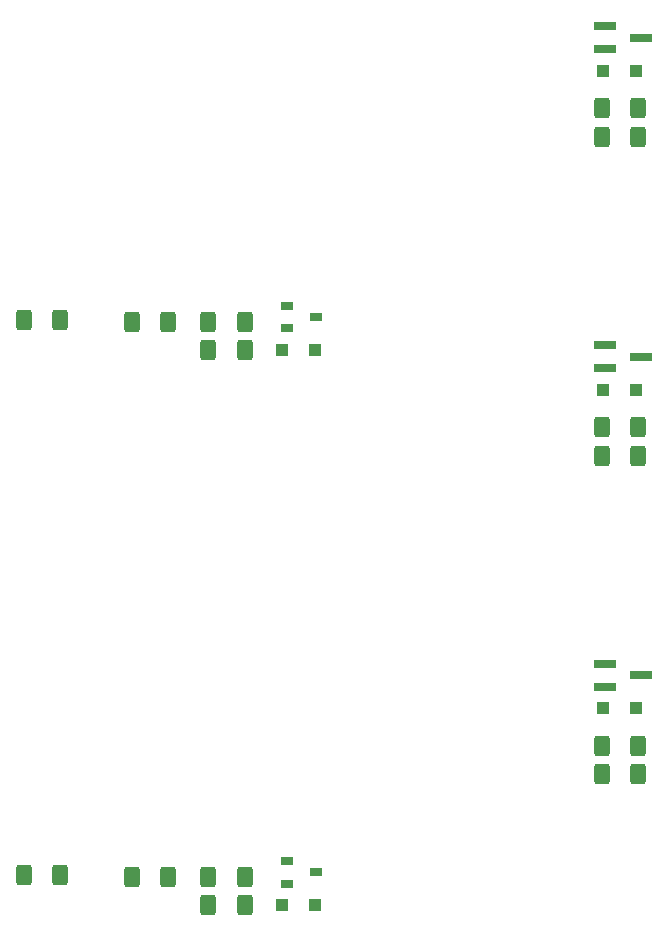
<source format=gtp>
%MOIN*%
%OFA0B0*%
%FSLAX46Y46*%
%IPPOS*%
%LPD*%
%AMRoundRect*
4,1,4,
0.07874015748031496,0.11811023622047245,
0.15748031496062992,0.19685039370078741,
0.23622047244094491,0.27559055118110237,
0.31496062992125984,0.35433070866141736,
0.07874015748031496,0.11811023622047245,
0*
1,1,$1,$2,$3*
1,1,$1,$2,$3*
1,1,$1,$2,$3*
1,1,$1,$2,$3*
20,1,$1,$2,$3,$4,$5,0*
20,1,$1,$2,$3,$4,$5,0*
20,1,$1,$2,$3,$4,$5,0*
20,1,$1,$2,$3,$4,$5,0*%
%AMCOMP159*
4,1,3,
0.015748031496062995,0.024606299212598427,
-0.015748031496062995,0.024606299212598427,
-0.015748031496062995,-0.024606299212598427,
0.015748031496062995,-0.024606299212598427,
0*
4,1,19,
0.015748031496062995,0.034448818897637797,
0.018789537346210115,0.033967091695818442,
0.02153331941232749,0.032569064905265233,
0.0237107971887298,0.030391587128862928,
0.025108823979283011,0.027647805062745546,
0.025590551181102365,0.024606299212598427,
0.025108823979283011,0.021564793362451307,
0.0237107971887298,0.018821011296333928,
0.021533319412327497,0.016643533519931621,
0.018789537346210115,0.015245506729378409,
0.015748031496062995,0.014763779527559057,
0.012706525645915871,0.015245506729378409,
0.009962743579798497,0.016643533519931621,
0.0077852658033961885,0.018821011296333925,
0.0063872390128429787,0.021564793362451307,
0.0059055118110236228,0.024606299212598427,
0.006387239012842977,0.027647805062745546,
0.0077852658033961868,0.030391587128862925,
0.0099627435797984918,0.032569064905265233,
0.012706525645915871,0.033967091695818442,
0*
4,1,19,
-0.015748031496062995,0.034448818897637797,
-0.012706525645915873,0.033967091695818442,
-0.0099627435797984935,0.032569064905265233,
-0.0077852658033961877,0.030391587128862928,
-0.0063872390128429787,0.027647805062745546,
-0.0059055118110236228,0.024606299212598427,
-0.006387239012842977,0.021564793362451307,
-0.0077852658033961877,0.018821011296333928,
-0.0099627435797984918,0.016643533519931621,
-0.012706525645915873,0.015245506729378409,
-0.015748031496062992,0.014763779527559057,
-0.018789537346210118,0.015245506729378409,
-0.02153331941232749,0.016643533519931621,
-0.0237107971887298,0.018821011296333925,
-0.025108823979283011,0.021564793362451307,
-0.025590551181102365,0.024606299212598427,
-0.025108823979283011,0.027647805062745546,
-0.0237107971887298,0.030391587128862925,
-0.021533319412327497,0.032569064905265233,
-0.018789537346210118,0.033967091695818442,
0*
4,1,19,
-0.015748031496062995,-0.014763779527559057,
-0.012706525645915873,-0.015245506729378409,
-0.0099627435797984935,-0.016643533519931621,
-0.0077852658033961877,-0.018821011296333928,
-0.0063872390128429787,-0.021564793362451307,
-0.0059055118110236228,-0.024606299212598427,
-0.006387239012842977,-0.027647805062745546,
-0.0077852658033961877,-0.030391587128862925,
-0.0099627435797984918,-0.032569064905265233,
-0.012706525645915873,-0.033967091695818442,
-0.015748031496062992,-0.034448818897637797,
-0.018789537346210118,-0.033967091695818442,
-0.02153331941232749,-0.032569064905265233,
-0.0237107971887298,-0.030391587128862928,
-0.025108823979283011,-0.027647805062745546,
-0.025590551181102365,-0.024606299212598427,
-0.025108823979283011,-0.021564793362451307,
-0.0237107971887298,-0.018821011296333928,
-0.021533319412327497,-0.016643533519931621,
-0.018789537346210118,-0.015245506729378409,
0*
4,1,19,
0.015748031496062995,-0.014763779527559057,
0.018789537346210115,-0.015245506729378409,
0.02153331941232749,-0.016643533519931621,
0.0237107971887298,-0.018821011296333928,
0.025108823979283011,-0.021564793362451307,
0.025590551181102365,-0.024606299212598427,
0.025108823979283011,-0.027647805062745546,
0.0237107971887298,-0.030391587128862925,
0.021533319412327497,-0.032569064905265233,
0.018789537346210115,-0.033967091695818442,
0.015748031496062995,-0.034448818897637797,
0.012706525645915871,-0.033967091695818442,
0.009962743579798497,-0.032569064905265233,
0.0077852658033961885,-0.030391587128862928,
0.0063872390128429787,-0.027647805062745546,
0.0059055118110236228,-0.024606299212598427,
0.006387239012842977,-0.021564793362451307,
0.0077852658033961868,-0.018821011296333928,
0.0099627435797984918,-0.016643533519931621,
0.012706525645915871,-0.015245506729378409,
0*
4,1,3,
0.015748031496062995,0.034448818897637797,
0.015748031496062995,0.014763779527559057,
-0.015748031496062995,0.014763779527559057,
-0.015748031496062995,0.034448818897637797,
0*
4,1,3,
-0.025590551181102365,0.024606299212598427,
-0.0059055118110236228,0.024606299212598427,
-0.0059055118110236228,-0.024606299212598427,
-0.025590551181102365,-0.024606299212598427,
0*
4,1,3,
-0.015748031496062995,-0.034448818897637797,
-0.015748031496062995,-0.014763779527559057,
0.015748031496062995,-0.014763779527559057,
0.015748031496062995,-0.034448818897637797,
0*
4,1,3,
0.025590551181102365,-0.024606299212598427,
0.0059055118110236228,-0.024606299212598427,
0.0059055118110236228,0.024606299212598427,
0.025590551181102365,0.024606299212598427,
0*%
%AMCOMP160*
4,1,3,
-0.015748031496062995,-0.024606299212598427,
0.015748031496062995,-0.024606299212598427,
0.015748031496062995,0.024606299212598427,
-0.015748031496062995,0.024606299212598427,
0*
4,1,19,
-0.015748031496062995,-0.014763779527559057,
-0.012706525645915873,-0.015245506729378409,
-0.0099627435797984935,-0.016643533519931621,
-0.0077852658033961877,-0.018821011296333928,
-0.0063872390128429787,-0.021564793362451307,
-0.0059055118110236228,-0.024606299212598427,
-0.006387239012842977,-0.027647805062745546,
-0.0077852658033961877,-0.030391587128862925,
-0.0099627435797984918,-0.032569064905265233,
-0.012706525645915873,-0.033967091695818442,
-0.015748031496062992,-0.034448818897637797,
-0.018789537346210118,-0.033967091695818442,
-0.02153331941232749,-0.032569064905265233,
-0.0237107971887298,-0.030391587128862928,
-0.025108823979283011,-0.027647805062745546,
-0.025590551181102365,-0.024606299212598427,
-0.025108823979283011,-0.021564793362451307,
-0.0237107971887298,-0.018821011296333928,
-0.021533319412327497,-0.016643533519931621,
-0.018789537346210118,-0.015245506729378409,
0*
4,1,19,
0.015748031496062995,-0.014763779527559057,
0.018789537346210115,-0.015245506729378409,
0.02153331941232749,-0.016643533519931621,
0.0237107971887298,-0.018821011296333928,
0.025108823979283011,-0.021564793362451307,
0.025590551181102365,-0.024606299212598427,
0.025108823979283011,-0.027647805062745546,
0.0237107971887298,-0.030391587128862925,
0.021533319412327497,-0.032569064905265233,
0.018789537346210115,-0.033967091695818442,
0.015748031496062995,-0.034448818897637797,
0.012706525645915871,-0.033967091695818442,
0.009962743579798497,-0.032569064905265233,
0.0077852658033961885,-0.030391587128862928,
0.0063872390128429787,-0.027647805062745546,
0.0059055118110236228,-0.024606299212598427,
0.006387239012842977,-0.021564793362451307,
0.0077852658033961868,-0.018821011296333928,
0.0099627435797984918,-0.016643533519931621,
0.012706525645915871,-0.015245506729378409,
0*
4,1,19,
0.015748031496062995,0.034448818897637797,
0.018789537346210115,0.033967091695818442,
0.02153331941232749,0.032569064905265233,
0.0237107971887298,0.030391587128862928,
0.025108823979283011,0.027647805062745546,
0.025590551181102365,0.024606299212598427,
0.025108823979283011,0.021564793362451307,
0.0237107971887298,0.018821011296333928,
0.021533319412327497,0.016643533519931621,
0.018789537346210115,0.015245506729378409,
0.015748031496062995,0.014763779527559057,
0.012706525645915871,0.015245506729378409,
0.009962743579798497,0.016643533519931621,
0.0077852658033961885,0.018821011296333925,
0.0063872390128429787,0.021564793362451307,
0.0059055118110236228,0.024606299212598427,
0.006387239012842977,0.027647805062745546,
0.0077852658033961868,0.030391587128862925,
0.0099627435797984918,0.032569064905265233,
0.012706525645915871,0.033967091695818442,
0*
4,1,19,
-0.015748031496062995,0.034448818897637797,
-0.012706525645915873,0.033967091695818442,
-0.0099627435797984935,0.032569064905265233,
-0.0077852658033961877,0.030391587128862928,
-0.0063872390128429787,0.027647805062745546,
-0.0059055118110236228,0.024606299212598427,
-0.006387239012842977,0.021564793362451307,
-0.0077852658033961877,0.018821011296333928,
-0.0099627435797984918,0.016643533519931621,
-0.012706525645915873,0.015245506729378409,
-0.015748031496062992,0.014763779527559057,
-0.018789537346210118,0.015245506729378409,
-0.02153331941232749,0.016643533519931621,
-0.0237107971887298,0.018821011296333925,
-0.025108823979283011,0.021564793362451307,
-0.025590551181102365,0.024606299212598427,
-0.025108823979283011,0.027647805062745546,
-0.0237107971887298,0.030391587128862925,
-0.021533319412327497,0.032569064905265233,
-0.018789537346210118,0.033967091695818442,
0*
4,1,3,
-0.015748031496062995,-0.034448818897637797,
-0.015748031496062995,-0.014763779527559057,
0.015748031496062995,-0.014763779527559057,
0.015748031496062995,-0.034448818897637797,
0*
4,1,3,
0.025590551181102365,-0.024606299212598427,
0.0059055118110236228,-0.024606299212598427,
0.0059055118110236228,0.024606299212598427,
0.025590551181102365,0.024606299212598427,
0*
4,1,3,
0.015748031496062995,0.034448818897637797,
0.015748031496062995,0.014763779527559057,
-0.015748031496062995,0.014763779527559057,
-0.015748031496062995,0.034448818897637797,
0*
4,1,3,
-0.025590551181102365,0.024606299212598427,
-0.0059055118110236228,0.024606299212598427,
-0.0059055118110236228,-0.024606299212598427,
-0.025590551181102365,-0.024606299212598427,
0*%
%AMRoundRect0*
4,1,4,
0.07874015748031496,0.11811023622047245,
0.15748031496062992,0.19685039370078741,
0.23622047244094491,0.27559055118110237,
0.31496062992125984,0.35433070866141736,
0.07874015748031496,0.11811023622047245,
0*
1,1,$1,$2,$3*
1,1,$1,$2,$3*
1,1,$1,$2,$3*
1,1,$1,$2,$3*
20,1,$1,$2,$3,$4,$5,0*
20,1,$1,$2,$3,$4,$5,0*
20,1,$1,$2,$3,$4,$5,0*
20,1,$1,$2,$3,$4,$5,0*%
%AMCOMP1750*
4,1,3,
0.015748031496062995,0.024606299212598427,
-0.015748031496062995,0.024606299212598427,
-0.015748031496062995,-0.024606299212598427,
0.015748031496062995,-0.024606299212598427,
0*
4,1,19,
0.015748031496062995,0.034448818897637797,
0.018789537346210115,0.033967091695818442,
0.02153331941232749,0.032569064905265233,
0.0237107971887298,0.030391587128862928,
0.025108823979283011,0.027647805062745546,
0.025590551181102365,0.024606299212598427,
0.025108823979283011,0.021564793362451307,
0.0237107971887298,0.018821011296333928,
0.021533319412327497,0.016643533519931621,
0.018789537346210115,0.015245506729378409,
0.015748031496062995,0.014763779527559057,
0.012706525645915871,0.015245506729378409,
0.009962743579798497,0.016643533519931621,
0.0077852658033961885,0.018821011296333925,
0.0063872390128429787,0.021564793362451307,
0.0059055118110236228,0.024606299212598427,
0.006387239012842977,0.027647805062745546,
0.0077852658033961868,0.030391587128862925,
0.0099627435797984918,0.032569064905265233,
0.012706525645915871,0.033967091695818442,
0*
4,1,19,
-0.015748031496062995,0.034448818897637797,
-0.012706525645915873,0.033967091695818442,
-0.0099627435797984935,0.032569064905265233,
-0.0077852658033961877,0.030391587128862928,
-0.0063872390128429787,0.027647805062745546,
-0.0059055118110236228,0.024606299212598427,
-0.006387239012842977,0.021564793362451307,
-0.0077852658033961877,0.018821011296333928,
-0.0099627435797984918,0.016643533519931621,
-0.012706525645915873,0.015245506729378409,
-0.015748031496062992,0.014763779527559057,
-0.018789537346210118,0.015245506729378409,
-0.02153331941232749,0.016643533519931621,
-0.0237107971887298,0.018821011296333925,
-0.025108823979283011,0.021564793362451307,
-0.025590551181102365,0.024606299212598427,
-0.025108823979283011,0.027647805062745546,
-0.0237107971887298,0.030391587128862925,
-0.021533319412327497,0.032569064905265233,
-0.018789537346210118,0.033967091695818442,
0*
4,1,19,
-0.015748031496062995,-0.014763779527559057,
-0.012706525645915873,-0.015245506729378409,
-0.0099627435797984935,-0.016643533519931621,
-0.0077852658033961877,-0.018821011296333928,
-0.0063872390128429787,-0.021564793362451307,
-0.0059055118110236228,-0.024606299212598427,
-0.006387239012842977,-0.027647805062745546,
-0.0077852658033961877,-0.030391587128862925,
-0.0099627435797984918,-0.032569064905265233,
-0.012706525645915873,-0.033967091695818442,
-0.015748031496062992,-0.034448818897637797,
-0.018789537346210118,-0.033967091695818442,
-0.02153331941232749,-0.032569064905265233,
-0.0237107971887298,-0.030391587128862928,
-0.025108823979283011,-0.027647805062745546,
-0.025590551181102365,-0.024606299212598427,
-0.025108823979283011,-0.021564793362451307,
-0.0237107971887298,-0.018821011296333928,
-0.021533319412327497,-0.016643533519931621,
-0.018789537346210118,-0.015245506729378409,
0*
4,1,19,
0.015748031496062995,-0.014763779527559057,
0.018789537346210115,-0.015245506729378409,
0.02153331941232749,-0.016643533519931621,
0.0237107971887298,-0.018821011296333928,
0.025108823979283011,-0.021564793362451307,
0.025590551181102365,-0.024606299212598427,
0.025108823979283011,-0.027647805062745546,
0.0237107971887298,-0.030391587128862925,
0.021533319412327497,-0.032569064905265233,
0.018789537346210115,-0.033967091695818442,
0.015748031496062995,-0.034448818897637797,
0.012706525645915871,-0.033967091695818442,
0.009962743579798497,-0.032569064905265233,
0.0077852658033961885,-0.030391587128862928,
0.0063872390128429787,-0.027647805062745546,
0.0059055118110236228,-0.024606299212598427,
0.006387239012842977,-0.021564793362451307,
0.0077852658033961868,-0.018821011296333928,
0.0099627435797984918,-0.016643533519931621,
0.012706525645915871,-0.015245506729378409,
0*
4,1,3,
0.015748031496062995,0.034448818897637797,
0.015748031496062995,0.014763779527559057,
-0.015748031496062995,0.014763779527559057,
-0.015748031496062995,0.034448818897637797,
0*
4,1,3,
-0.025590551181102365,0.024606299212598427,
-0.0059055118110236228,0.024606299212598427,
-0.0059055118110236228,-0.024606299212598427,
-0.025590551181102365,-0.024606299212598427,
0*
4,1,3,
-0.015748031496062995,-0.034448818897637797,
-0.015748031496062995,-0.014763779527559057,
0.015748031496062995,-0.014763779527559057,
0.015748031496062995,-0.034448818897637797,
0*
4,1,3,
0.025590551181102365,-0.024606299212598427,
0.0059055118110236228,-0.024606299212598427,
0.0059055118110236228,0.024606299212598427,
0.025590551181102365,0.024606299212598427,
0*%
%AMCOMP1760*
4,1,3,
-0.015748031496062995,-0.024606299212598427,
0.015748031496062995,-0.024606299212598427,
0.015748031496062995,0.024606299212598427,
-0.015748031496062995,0.024606299212598427,
0*
4,1,19,
-0.015748031496062995,-0.014763779527559057,
-0.012706525645915873,-0.015245506729378409,
-0.0099627435797984935,-0.016643533519931621,
-0.0077852658033961877,-0.018821011296333928,
-0.0063872390128429787,-0.021564793362451307,
-0.0059055118110236228,-0.024606299212598427,
-0.006387239012842977,-0.027647805062745546,
-0.0077852658033961877,-0.030391587128862925,
-0.0099627435797984918,-0.032569064905265233,
-0.012706525645915873,-0.033967091695818442,
-0.015748031496062992,-0.034448818897637797,
-0.018789537346210118,-0.033967091695818442,
-0.02153331941232749,-0.032569064905265233,
-0.0237107971887298,-0.030391587128862928,
-0.025108823979283011,-0.027647805062745546,
-0.025590551181102365,-0.024606299212598427,
-0.025108823979283011,-0.021564793362451307,
-0.0237107971887298,-0.018821011296333928,
-0.021533319412327497,-0.016643533519931621,
-0.018789537346210118,-0.015245506729378409,
0*
4,1,19,
0.015748031496062995,-0.014763779527559057,
0.018789537346210115,-0.015245506729378409,
0.02153331941232749,-0.016643533519931621,
0.0237107971887298,-0.018821011296333928,
0.025108823979283011,-0.021564793362451307,
0.025590551181102365,-0.024606299212598427,
0.025108823979283011,-0.027647805062745546,
0.0237107971887298,-0.030391587128862925,
0.021533319412327497,-0.032569064905265233,
0.018789537346210115,-0.033967091695818442,
0.015748031496062995,-0.034448818897637797,
0.012706525645915871,-0.033967091695818442,
0.009962743579798497,-0.032569064905265233,
0.0077852658033961885,-0.030391587128862928,
0.0063872390128429787,-0.027647805062745546,
0.0059055118110236228,-0.024606299212598427,
0.006387239012842977,-0.021564793362451307,
0.0077852658033961868,-0.018821011296333928,
0.0099627435797984918,-0.016643533519931621,
0.012706525645915871,-0.015245506729378409,
0*
4,1,19,
0.015748031496062995,0.034448818897637797,
0.018789537346210115,0.033967091695818442,
0.02153331941232749,0.032569064905265233,
0.0237107971887298,0.030391587128862928,
0.025108823979283011,0.027647805062745546,
0.025590551181102365,0.024606299212598427,
0.025108823979283011,0.021564793362451307,
0.0237107971887298,0.018821011296333928,
0.021533319412327497,0.016643533519931621,
0.018789537346210115,0.015245506729378409,
0.015748031496062995,0.014763779527559057,
0.012706525645915871,0.015245506729378409,
0.009962743579798497,0.016643533519931621,
0.0077852658033961885,0.018821011296333925,
0.0063872390128429787,0.021564793362451307,
0.0059055118110236228,0.024606299212598427,
0.006387239012842977,0.027647805062745546,
0.0077852658033961868,0.030391587128862925,
0.0099627435797984918,0.032569064905265233,
0.012706525645915871,0.033967091695818442,
0*
4,1,19,
-0.015748031496062995,0.034448818897637797,
-0.012706525645915873,0.033967091695818442,
-0.0099627435797984935,0.032569064905265233,
-0.0077852658033961877,0.030391587128862928,
-0.0063872390128429787,0.027647805062745546,
-0.0059055118110236228,0.024606299212598427,
-0.006387239012842977,0.021564793362451307,
-0.0077852658033961877,0.018821011296333928,
-0.0099627435797984918,0.016643533519931621,
-0.012706525645915873,0.015245506729378409,
-0.015748031496062992,0.014763779527559057,
-0.018789537346210118,0.015245506729378409,
-0.02153331941232749,0.016643533519931621,
-0.0237107971887298,0.018821011296333925,
-0.025108823979283011,0.021564793362451307,
-0.025590551181102365,0.024606299212598427,
-0.025108823979283011,0.027647805062745546,
-0.0237107971887298,0.030391587128862925,
-0.021533319412327497,0.032569064905265233,
-0.018789537346210118,0.033967091695818442,
0*
4,1,3,
-0.015748031496062995,-0.034448818897637797,
-0.015748031496062995,-0.014763779527559057,
0.015748031496062995,-0.014763779527559057,
0.015748031496062995,-0.034448818897637797,
0*
4,1,3,
0.025590551181102365,-0.024606299212598427,
0.0059055118110236228,-0.024606299212598427,
0.0059055118110236228,0.024606299212598427,
0.025590551181102365,0.024606299212598427,
0*
4,1,3,
0.015748031496062995,0.034448818897637797,
0.015748031496062995,0.014763779527559057,
-0.015748031496062995,0.014763779527559057,
-0.015748031496062995,0.034448818897637797,
0*
4,1,3,
-0.025590551181102365,0.024606299212598427,
-0.0059055118110236228,0.024606299212598427,
-0.0059055118110236228,-0.024606299212598427,
-0.025590551181102365,-0.024606299212598427,
0*%
%AMRoundRect1*
4,1,4,
0.07874015748031496,0.11811023622047245,
0.15748031496062992,0.19685039370078741,
0.23622047244094491,0.27559055118110237,
0.31496062992125984,0.35433070866141736,
0.07874015748031496,0.11811023622047245,
0*
1,1,$1,$2,$3*
1,1,$1,$2,$3*
1,1,$1,$2,$3*
1,1,$1,$2,$3*
20,1,$1,$2,$3,$4,$5,0*
20,1,$1,$2,$3,$4,$5,0*
20,1,$1,$2,$3,$4,$5,0*
20,1,$1,$2,$3,$4,$5,0*%
%AMCOMP1810*
4,1,3,
-0.015748031496062995,-0.024606299212598427,
0.015748031496062995,-0.024606299212598427,
0.015748031496062995,0.024606299212598427,
-0.015748031496062995,0.024606299212598427,
0*
4,1,19,
-0.015748031496062995,-0.014763779527559057,
-0.012706525645915873,-0.015245506729378409,
-0.0099627435797984935,-0.016643533519931621,
-0.0077852658033961877,-0.018821011296333928,
-0.0063872390128429787,-0.021564793362451307,
-0.0059055118110236228,-0.024606299212598427,
-0.006387239012842977,-0.027647805062745546,
-0.0077852658033961877,-0.030391587128862925,
-0.0099627435797984918,-0.032569064905265233,
-0.012706525645915873,-0.033967091695818442,
-0.015748031496062992,-0.034448818897637797,
-0.018789537346210118,-0.033967091695818442,
-0.02153331941232749,-0.032569064905265233,
-0.0237107971887298,-0.030391587128862928,
-0.025108823979283011,-0.027647805062745546,
-0.025590551181102365,-0.024606299212598427,
-0.025108823979283011,-0.021564793362451307,
-0.0237107971887298,-0.018821011296333928,
-0.021533319412327497,-0.016643533519931621,
-0.018789537346210118,-0.015245506729378409,
0*
4,1,19,
0.015748031496062995,-0.014763779527559057,
0.018789537346210115,-0.015245506729378409,
0.02153331941232749,-0.016643533519931621,
0.0237107971887298,-0.018821011296333928,
0.025108823979283011,-0.021564793362451307,
0.025590551181102365,-0.024606299212598427,
0.025108823979283011,-0.027647805062745546,
0.0237107971887298,-0.030391587128862925,
0.021533319412327497,-0.032569064905265233,
0.018789537346210115,-0.033967091695818442,
0.015748031496062995,-0.034448818897637797,
0.012706525645915871,-0.033967091695818442,
0.009962743579798497,-0.032569064905265233,
0.0077852658033961885,-0.030391587128862928,
0.0063872390128429787,-0.027647805062745546,
0.0059055118110236228,-0.024606299212598427,
0.006387239012842977,-0.021564793362451307,
0.0077852658033961868,-0.018821011296333928,
0.0099627435797984918,-0.016643533519931621,
0.012706525645915871,-0.015245506729378409,
0*
4,1,19,
0.015748031496062995,0.034448818897637797,
0.018789537346210115,0.033967091695818442,
0.02153331941232749,0.032569064905265233,
0.0237107971887298,0.030391587128862928,
0.025108823979283011,0.027647805062745546,
0.025590551181102365,0.024606299212598427,
0.025108823979283011,0.021564793362451307,
0.0237107971887298,0.018821011296333928,
0.021533319412327497,0.016643533519931621,
0.018789537346210115,0.015245506729378409,
0.015748031496062995,0.014763779527559057,
0.012706525645915871,0.015245506729378409,
0.009962743579798497,0.016643533519931621,
0.0077852658033961885,0.018821011296333925,
0.0063872390128429787,0.021564793362451307,
0.0059055118110236228,0.024606299212598427,
0.006387239012842977,0.027647805062745546,
0.0077852658033961868,0.030391587128862925,
0.0099627435797984918,0.032569064905265233,
0.012706525645915871,0.033967091695818442,
0*
4,1,19,
-0.015748031496062995,0.034448818897637797,
-0.012706525645915873,0.033967091695818442,
-0.0099627435797984935,0.032569064905265233,
-0.0077852658033961877,0.030391587128862928,
-0.0063872390128429787,0.027647805062745546,
-0.0059055118110236228,0.024606299212598427,
-0.006387239012842977,0.021564793362451307,
-0.0077852658033961877,0.018821011296333928,
-0.0099627435797984918,0.016643533519931621,
-0.012706525645915873,0.015245506729378409,
-0.015748031496062992,0.014763779527559057,
-0.018789537346210118,0.015245506729378409,
-0.02153331941232749,0.016643533519931621,
-0.0237107971887298,0.018821011296333925,
-0.025108823979283011,0.021564793362451307,
-0.025590551181102365,0.024606299212598427,
-0.025108823979283011,0.027647805062745546,
-0.0237107971887298,0.030391587128862925,
-0.021533319412327497,0.032569064905265233,
-0.018789537346210118,0.033967091695818442,
0*
4,1,3,
-0.015748031496062995,-0.034448818897637797,
-0.015748031496062995,-0.014763779527559057,
0.015748031496062995,-0.014763779527559057,
0.015748031496062995,-0.034448818897637797,
0*
4,1,3,
0.025590551181102365,-0.024606299212598427,
0.0059055118110236228,-0.024606299212598427,
0.0059055118110236228,0.024606299212598427,
0.025590551181102365,0.024606299212598427,
0*
4,1,3,
0.015748031496062995,0.034448818897637797,
0.015748031496062995,0.014763779527559057,
-0.015748031496062995,0.014763779527559057,
-0.015748031496062995,0.034448818897637797,
0*
4,1,3,
-0.025590551181102365,0.024606299212598427,
-0.0059055118110236228,0.024606299212598427,
-0.0059055118110236228,-0.024606299212598427,
-0.025590551181102365,-0.024606299212598427,
0*%
%AMCOMP1820*
4,1,3,
0.015748031496062995,0.024606299212598427,
-0.015748031496062995,0.024606299212598427,
-0.015748031496062995,-0.024606299212598427,
0.015748031496062995,-0.024606299212598427,
0*
4,1,19,
0.015748031496062995,0.034448818897637797,
0.018789537346210115,0.033967091695818442,
0.02153331941232749,0.032569064905265233,
0.0237107971887298,0.030391587128862928,
0.025108823979283011,0.027647805062745546,
0.025590551181102365,0.024606299212598427,
0.025108823979283011,0.021564793362451307,
0.0237107971887298,0.018821011296333928,
0.021533319412327497,0.016643533519931621,
0.018789537346210115,0.015245506729378409,
0.015748031496062995,0.014763779527559057,
0.012706525645915871,0.015245506729378409,
0.009962743579798497,0.016643533519931621,
0.0077852658033961885,0.018821011296333925,
0.0063872390128429787,0.021564793362451307,
0.0059055118110236228,0.024606299212598427,
0.006387239012842977,0.027647805062745546,
0.0077852658033961868,0.030391587128862925,
0.0099627435797984918,0.032569064905265233,
0.012706525645915871,0.033967091695818442,
0*
4,1,19,
-0.015748031496062995,0.034448818897637797,
-0.012706525645915873,0.033967091695818442,
-0.0099627435797984935,0.032569064905265233,
-0.0077852658033961877,0.030391587128862928,
-0.0063872390128429787,0.027647805062745546,
-0.0059055118110236228,0.024606299212598427,
-0.006387239012842977,0.021564793362451307,
-0.0077852658033961877,0.018821011296333928,
-0.0099627435797984918,0.016643533519931621,
-0.012706525645915873,0.015245506729378409,
-0.015748031496062992,0.014763779527559057,
-0.018789537346210118,0.015245506729378409,
-0.02153331941232749,0.016643533519931621,
-0.0237107971887298,0.018821011296333925,
-0.025108823979283011,0.021564793362451307,
-0.025590551181102365,0.024606299212598427,
-0.025108823979283011,0.027647805062745546,
-0.0237107971887298,0.030391587128862925,
-0.021533319412327497,0.032569064905265233,
-0.018789537346210118,0.033967091695818442,
0*
4,1,19,
-0.015748031496062995,-0.014763779527559057,
-0.012706525645915873,-0.015245506729378409,
-0.0099627435797984935,-0.016643533519931621,
-0.0077852658033961877,-0.018821011296333928,
-0.0063872390128429787,-0.021564793362451307,
-0.0059055118110236228,-0.024606299212598427,
-0.006387239012842977,-0.027647805062745546,
-0.0077852658033961877,-0.030391587128862925,
-0.0099627435797984918,-0.032569064905265233,
-0.012706525645915873,-0.033967091695818442,
-0.015748031496062992,-0.034448818897637797,
-0.018789537346210118,-0.033967091695818442,
-0.02153331941232749,-0.032569064905265233,
-0.0237107971887298,-0.030391587128862928,
-0.025108823979283011,-0.027647805062745546,
-0.025590551181102365,-0.024606299212598427,
-0.025108823979283011,-0.021564793362451307,
-0.0237107971887298,-0.018821011296333928,
-0.021533319412327497,-0.016643533519931621,
-0.018789537346210118,-0.015245506729378409,
0*
4,1,19,
0.015748031496062995,-0.014763779527559057,
0.018789537346210115,-0.015245506729378409,
0.02153331941232749,-0.016643533519931621,
0.0237107971887298,-0.018821011296333928,
0.025108823979283011,-0.021564793362451307,
0.025590551181102365,-0.024606299212598427,
0.025108823979283011,-0.027647805062745546,
0.0237107971887298,-0.030391587128862925,
0.021533319412327497,-0.032569064905265233,
0.018789537346210115,-0.033967091695818442,
0.015748031496062995,-0.034448818897637797,
0.012706525645915871,-0.033967091695818442,
0.009962743579798497,-0.032569064905265233,
0.0077852658033961885,-0.030391587128862928,
0.0063872390128429787,-0.027647805062745546,
0.0059055118110236228,-0.024606299212598427,
0.006387239012842977,-0.021564793362451307,
0.0077852658033961868,-0.018821011296333928,
0.0099627435797984918,-0.016643533519931621,
0.012706525645915871,-0.015245506729378409,
0*
4,1,3,
0.015748031496062995,0.034448818897637797,
0.015748031496062995,0.014763779527559057,
-0.015748031496062995,0.014763779527559057,
-0.015748031496062995,0.034448818897637797,
0*
4,1,3,
-0.025590551181102365,0.024606299212598427,
-0.0059055118110236228,0.024606299212598427,
-0.0059055118110236228,-0.024606299212598427,
-0.025590551181102365,-0.024606299212598427,
0*
4,1,3,
-0.015748031496062995,-0.034448818897637797,
-0.015748031496062995,-0.014763779527559057,
0.015748031496062995,-0.014763779527559057,
0.015748031496062995,-0.034448818897637797,
0*
4,1,3,
0.025590551181102365,-0.024606299212598427,
0.0059055118110236228,-0.024606299212598427,
0.0059055118110236228,0.024606299212598427,
0.025590551181102365,0.024606299212598427,
0*%
%AMRoundRect0*
4,1,4,
0.07874015748031496,0.11811023622047245,
0.15748031496062992,0.19685039370078741,
0.23622047244094491,0.27559055118110237,
0.31496062992125984,0.35433070866141736,
0.07874015748031496,0.11811023622047245,
0*
1,1,$1,$2,$3*
1,1,$1,$2,$3*
1,1,$1,$2,$3*
1,1,$1,$2,$3*
20,1,$1,$2,$3,$4,$5,0*
20,1,$1,$2,$3,$4,$5,0*
20,1,$1,$2,$3,$4,$5,0*
20,1,$1,$2,$3,$4,$5,0*%
%AMCOMP1890*
4,1,3,
-0.015748031496062995,-0.024606299212598427,
0.015748031496062995,-0.024606299212598427,
0.015748031496062995,0.024606299212598427,
-0.015748031496062995,0.024606299212598427,
0*
4,1,19,
-0.015748031496062995,-0.014763779527559057,
-0.012706525645915873,-0.015245506729378409,
-0.0099627435797984935,-0.016643533519931621,
-0.0077852658033961877,-0.018821011296333928,
-0.0063872390128429787,-0.021564793362451307,
-0.0059055118110236228,-0.024606299212598427,
-0.006387239012842977,-0.027647805062745546,
-0.0077852658033961877,-0.030391587128862925,
-0.0099627435797984918,-0.032569064905265233,
-0.012706525645915873,-0.033967091695818442,
-0.015748031496062992,-0.034448818897637797,
-0.018789537346210118,-0.033967091695818442,
-0.02153331941232749,-0.032569064905265233,
-0.0237107971887298,-0.030391587128862928,
-0.025108823979283011,-0.027647805062745546,
-0.025590551181102365,-0.024606299212598427,
-0.025108823979283011,-0.021564793362451307,
-0.0237107971887298,-0.018821011296333928,
-0.021533319412327497,-0.016643533519931621,
-0.018789537346210118,-0.015245506729378409,
0*
4,1,19,
0.015748031496062995,-0.014763779527559057,
0.018789537346210115,-0.015245506729378409,
0.02153331941232749,-0.016643533519931621,
0.0237107971887298,-0.018821011296333928,
0.025108823979283011,-0.021564793362451307,
0.025590551181102365,-0.024606299212598427,
0.025108823979283011,-0.027647805062745546,
0.0237107971887298,-0.030391587128862925,
0.021533319412327497,-0.032569064905265233,
0.018789537346210115,-0.033967091695818442,
0.015748031496062995,-0.034448818897637797,
0.012706525645915871,-0.033967091695818442,
0.009962743579798497,-0.032569064905265233,
0.0077852658033961885,-0.030391587128862928,
0.0063872390128429787,-0.027647805062745546,
0.0059055118110236228,-0.024606299212598427,
0.006387239012842977,-0.021564793362451307,
0.0077852658033961868,-0.018821011296333928,
0.0099627435797984918,-0.016643533519931621,
0.012706525645915871,-0.015245506729378409,
0*
4,1,19,
0.015748031496062995,0.034448818897637797,
0.018789537346210115,0.033967091695818442,
0.02153331941232749,0.032569064905265233,
0.0237107971887298,0.030391587128862928,
0.025108823979283011,0.027647805062745546,
0.025590551181102365,0.024606299212598427,
0.025108823979283011,0.021564793362451307,
0.0237107971887298,0.018821011296333928,
0.021533319412327497,0.016643533519931621,
0.018789537346210115,0.015245506729378409,
0.015748031496062995,0.014763779527559057,
0.012706525645915871,0.015245506729378409,
0.009962743579798497,0.016643533519931621,
0.0077852658033961885,0.018821011296333925,
0.0063872390128429787,0.021564793362451307,
0.0059055118110236228,0.024606299212598427,
0.006387239012842977,0.027647805062745546,
0.0077852658033961868,0.030391587128862925,
0.0099627435797984918,0.032569064905265233,
0.012706525645915871,0.033967091695818442,
0*
4,1,19,
-0.015748031496062995,0.034448818897637797,
-0.012706525645915873,0.033967091695818442,
-0.0099627435797984935,0.032569064905265233,
-0.0077852658033961877,0.030391587128862928,
-0.0063872390128429787,0.027647805062745546,
-0.0059055118110236228,0.024606299212598427,
-0.006387239012842977,0.021564793362451307,
-0.0077852658033961877,0.018821011296333928,
-0.0099627435797984918,0.016643533519931621,
-0.012706525645915873,0.015245506729378409,
-0.015748031496062992,0.014763779527559057,
-0.018789537346210118,0.015245506729378409,
-0.02153331941232749,0.016643533519931621,
-0.0237107971887298,0.018821011296333925,
-0.025108823979283011,0.021564793362451307,
-0.025590551181102365,0.024606299212598427,
-0.025108823979283011,0.027647805062745546,
-0.0237107971887298,0.030391587128862925,
-0.021533319412327497,0.032569064905265233,
-0.018789537346210118,0.033967091695818442,
0*
4,1,3,
-0.015748031496062995,-0.034448818897637797,
-0.015748031496062995,-0.014763779527559057,
0.015748031496062995,-0.014763779527559057,
0.015748031496062995,-0.034448818897637797,
0*
4,1,3,
0.025590551181102365,-0.024606299212598427,
0.0059055118110236228,-0.024606299212598427,
0.0059055118110236228,0.024606299212598427,
0.025590551181102365,0.024606299212598427,
0*
4,1,3,
0.015748031496062995,0.034448818897637797,
0.015748031496062995,0.014763779527559057,
-0.015748031496062995,0.014763779527559057,
-0.015748031496062995,0.034448818897637797,
0*
4,1,3,
-0.025590551181102365,0.024606299212598427,
-0.0059055118110236228,0.024606299212598427,
-0.0059055118110236228,-0.024606299212598427,
-0.025590551181102365,-0.024606299212598427,
0*%
%AMCOMP1900*
4,1,3,
0.015748031496062995,0.024606299212598427,
-0.015748031496062995,0.024606299212598427,
-0.015748031496062995,-0.024606299212598427,
0.015748031496062995,-0.024606299212598427,
0*
4,1,19,
0.015748031496062995,0.034448818897637797,
0.018789537346210115,0.033967091695818442,
0.02153331941232749,0.032569064905265233,
0.0237107971887298,0.030391587128862928,
0.025108823979283011,0.027647805062745546,
0.025590551181102365,0.024606299212598427,
0.025108823979283011,0.021564793362451307,
0.0237107971887298,0.018821011296333928,
0.021533319412327497,0.016643533519931621,
0.018789537346210115,0.015245506729378409,
0.015748031496062995,0.014763779527559057,
0.012706525645915871,0.015245506729378409,
0.009962743579798497,0.016643533519931621,
0.0077852658033961885,0.018821011296333925,
0.0063872390128429787,0.021564793362451307,
0.0059055118110236228,0.024606299212598427,
0.006387239012842977,0.027647805062745546,
0.0077852658033961868,0.030391587128862925,
0.0099627435797984918,0.032569064905265233,
0.012706525645915871,0.033967091695818442,
0*
4,1,19,
-0.015748031496062995,0.034448818897637797,
-0.012706525645915873,0.033967091695818442,
-0.0099627435797984935,0.032569064905265233,
-0.0077852658033961877,0.030391587128862928,
-0.0063872390128429787,0.027647805062745546,
-0.0059055118110236228,0.024606299212598427,
-0.006387239012842977,0.021564793362451307,
-0.0077852658033961877,0.018821011296333928,
-0.0099627435797984918,0.016643533519931621,
-0.012706525645915873,0.015245506729378409,
-0.015748031496062992,0.014763779527559057,
-0.018789537346210118,0.015245506729378409,
-0.02153331941232749,0.016643533519931621,
-0.0237107971887298,0.018821011296333925,
-0.025108823979283011,0.021564793362451307,
-0.025590551181102365,0.024606299212598427,
-0.025108823979283011,0.027647805062745546,
-0.0237107971887298,0.030391587128862925,
-0.021533319412327497,0.032569064905265233,
-0.018789537346210118,0.033967091695818442,
0*
4,1,19,
-0.015748031496062995,-0.014763779527559057,
-0.012706525645915873,-0.015245506729378409,
-0.0099627435797984935,-0.016643533519931621,
-0.0077852658033961877,-0.018821011296333928,
-0.0063872390128429787,-0.021564793362451307,
-0.0059055118110236228,-0.024606299212598427,
-0.006387239012842977,-0.027647805062745546,
-0.0077852658033961877,-0.030391587128862925,
-0.0099627435797984918,-0.032569064905265233,
-0.012706525645915873,-0.033967091695818442,
-0.015748031496062992,-0.034448818897637797,
-0.018789537346210118,-0.033967091695818442,
-0.02153331941232749,-0.032569064905265233,
-0.0237107971887298,-0.030391587128862928,
-0.025108823979283011,-0.027647805062745546,
-0.025590551181102365,-0.024606299212598427,
-0.025108823979283011,-0.021564793362451307,
-0.0237107971887298,-0.018821011296333928,
-0.021533319412327497,-0.016643533519931621,
-0.018789537346210118,-0.015245506729378409,
0*
4,1,19,
0.015748031496062995,-0.014763779527559057,
0.018789537346210115,-0.015245506729378409,
0.02153331941232749,-0.016643533519931621,
0.0237107971887298,-0.018821011296333928,
0.025108823979283011,-0.021564793362451307,
0.025590551181102365,-0.024606299212598427,
0.025108823979283011,-0.027647805062745546,
0.0237107971887298,-0.030391587128862925,
0.021533319412327497,-0.032569064905265233,
0.018789537346210115,-0.033967091695818442,
0.015748031496062995,-0.034448818897637797,
0.012706525645915871,-0.033967091695818442,
0.009962743579798497,-0.032569064905265233,
0.0077852658033961885,-0.030391587128862928,
0.0063872390128429787,-0.027647805062745546,
0.0059055118110236228,-0.024606299212598427,
0.006387239012842977,-0.021564793362451307,
0.0077852658033961868,-0.018821011296333928,
0.0099627435797984918,-0.016643533519931621,
0.012706525645915871,-0.015245506729378409,
0*
4,1,3,
0.015748031496062995,0.034448818897637797,
0.015748031496062995,0.014763779527559057,
-0.015748031496062995,0.014763779527559057,
-0.015748031496062995,0.034448818897637797,
0*
4,1,3,
-0.025590551181102365,0.024606299212598427,
-0.0059055118110236228,0.024606299212598427,
-0.0059055118110236228,-0.024606299212598427,
-0.025590551181102365,-0.024606299212598427,
0*
4,1,3,
-0.015748031496062995,-0.034448818897637797,
-0.015748031496062995,-0.014763779527559057,
0.015748031496062995,-0.014763779527559057,
0.015748031496062995,-0.034448818897637797,
0*
4,1,3,
0.025590551181102365,-0.024606299212598427,
0.0059055118110236228,-0.024606299212598427,
0.0059055118110236228,0.024606299212598427,
0.025590551181102365,0.024606299212598427,
0*%
%AMRoundRect1*
4,1,4,
0.07874015748031496,0.11811023622047245,
0.15748031496062992,0.19685039370078741,
0.23622047244094491,0.27559055118110237,
0.31496062992125984,0.35433070866141736,
0.07874015748031496,0.11811023622047245,
0*
1,1,$1,$2,$3*
1,1,$1,$2,$3*
1,1,$1,$2,$3*
1,1,$1,$2,$3*
20,1,$1,$2,$3,$4,$5,0*
20,1,$1,$2,$3,$4,$5,0*
20,1,$1,$2,$3,$4,$5,0*
20,1,$1,$2,$3,$4,$5,0*%
%AMCOMP1970*
4,1,3,
-0.015748031496062995,-0.024606299212598427,
0.015748031496062995,-0.024606299212598427,
0.015748031496062995,0.024606299212598427,
-0.015748031496062995,0.024606299212598427,
0*
4,1,19,
-0.015748031496062995,-0.014763779527559057,
-0.012706525645915873,-0.015245506729378409,
-0.0099627435797984935,-0.016643533519931621,
-0.0077852658033961877,-0.018821011296333928,
-0.0063872390128429787,-0.021564793362451307,
-0.0059055118110236228,-0.024606299212598427,
-0.006387239012842977,-0.027647805062745546,
-0.0077852658033961877,-0.030391587128862925,
-0.0099627435797984918,-0.032569064905265233,
-0.012706525645915873,-0.033967091695818442,
-0.015748031496062992,-0.034448818897637797,
-0.018789537346210118,-0.033967091695818442,
-0.02153331941232749,-0.032569064905265233,
-0.0237107971887298,-0.030391587128862928,
-0.025108823979283011,-0.027647805062745546,
-0.025590551181102365,-0.024606299212598427,
-0.025108823979283011,-0.021564793362451307,
-0.0237107971887298,-0.018821011296333928,
-0.021533319412327497,-0.016643533519931621,
-0.018789537346210118,-0.015245506729378409,
0*
4,1,19,
0.015748031496062995,-0.014763779527559057,
0.018789537346210115,-0.015245506729378409,
0.02153331941232749,-0.016643533519931621,
0.0237107971887298,-0.018821011296333928,
0.025108823979283011,-0.021564793362451307,
0.025590551181102365,-0.024606299212598427,
0.025108823979283011,-0.027647805062745546,
0.0237107971887298,-0.030391587128862925,
0.021533319412327497,-0.032569064905265233,
0.018789537346210115,-0.033967091695818442,
0.015748031496062995,-0.034448818897637797,
0.012706525645915871,-0.033967091695818442,
0.009962743579798497,-0.032569064905265233,
0.0077852658033961885,-0.030391587128862928,
0.0063872390128429787,-0.027647805062745546,
0.0059055118110236228,-0.024606299212598427,
0.006387239012842977,-0.021564793362451307,
0.0077852658033961868,-0.018821011296333928,
0.0099627435797984918,-0.016643533519931621,
0.012706525645915871,-0.015245506729378409,
0*
4,1,19,
0.015748031496062995,0.034448818897637797,
0.018789537346210115,0.033967091695818442,
0.02153331941232749,0.032569064905265233,
0.0237107971887298,0.030391587128862928,
0.025108823979283011,0.027647805062745546,
0.025590551181102365,0.024606299212598427,
0.025108823979283011,0.021564793362451307,
0.0237107971887298,0.018821011296333928,
0.021533319412327497,0.016643533519931621,
0.018789537346210115,0.015245506729378409,
0.015748031496062995,0.014763779527559057,
0.012706525645915871,0.015245506729378409,
0.009962743579798497,0.016643533519931621,
0.0077852658033961885,0.018821011296333925,
0.0063872390128429787,0.021564793362451307,
0.0059055118110236228,0.024606299212598427,
0.006387239012842977,0.027647805062745546,
0.0077852658033961868,0.030391587128862925,
0.0099627435797984918,0.032569064905265233,
0.012706525645915871,0.033967091695818442,
0*
4,1,19,
-0.015748031496062995,0.034448818897637797,
-0.012706525645915873,0.033967091695818442,
-0.0099627435797984935,0.032569064905265233,
-0.0077852658033961877,0.030391587128862928,
-0.0063872390128429787,0.027647805062745546,
-0.0059055118110236228,0.024606299212598427,
-0.006387239012842977,0.021564793362451307,
-0.0077852658033961877,0.018821011296333928,
-0.0099627435797984918,0.016643533519931621,
-0.012706525645915873,0.015245506729378409,
-0.015748031496062992,0.014763779527559057,
-0.018789537346210118,0.015245506729378409,
-0.02153331941232749,0.016643533519931621,
-0.0237107971887298,0.018821011296333925,
-0.025108823979283011,0.021564793362451307,
-0.025590551181102365,0.024606299212598427,
-0.025108823979283011,0.027647805062745546,
-0.0237107971887298,0.030391587128862925,
-0.021533319412327497,0.032569064905265233,
-0.018789537346210118,0.033967091695818442,
0*
4,1,3,
-0.015748031496062995,-0.034448818897637797,
-0.015748031496062995,-0.014763779527559057,
0.015748031496062995,-0.014763779527559057,
0.015748031496062995,-0.034448818897637797,
0*
4,1,3,
0.025590551181102365,-0.024606299212598427,
0.0059055118110236228,-0.024606299212598427,
0.0059055118110236228,0.024606299212598427,
0.025590551181102365,0.024606299212598427,
0*
4,1,3,
0.015748031496062995,0.034448818897637797,
0.015748031496062995,0.014763779527559057,
-0.015748031496062995,0.014763779527559057,
-0.015748031496062995,0.034448818897637797,
0*
4,1,3,
-0.025590551181102365,0.024606299212598427,
-0.0059055118110236228,0.024606299212598427,
-0.0059055118110236228,-0.024606299212598427,
-0.025590551181102365,-0.024606299212598427,
0*%
%AMCOMP1980*
4,1,3,
0.015748031496062995,0.024606299212598427,
-0.015748031496062995,0.024606299212598427,
-0.015748031496062995,-0.024606299212598427,
0.015748031496062995,-0.024606299212598427,
0*
4,1,19,
0.015748031496062995,0.034448818897637797,
0.018789537346210115,0.033967091695818442,
0.02153331941232749,0.032569064905265233,
0.0237107971887298,0.030391587128862928,
0.025108823979283011,0.027647805062745546,
0.025590551181102365,0.024606299212598427,
0.025108823979283011,0.021564793362451307,
0.0237107971887298,0.018821011296333928,
0.021533319412327497,0.016643533519931621,
0.018789537346210115,0.015245506729378409,
0.015748031496062995,0.014763779527559057,
0.012706525645915871,0.015245506729378409,
0.009962743579798497,0.016643533519931621,
0.0077852658033961885,0.018821011296333925,
0.0063872390128429787,0.021564793362451307,
0.0059055118110236228,0.024606299212598427,
0.006387239012842977,0.027647805062745546,
0.0077852658033961868,0.030391587128862925,
0.0099627435797984918,0.032569064905265233,
0.012706525645915871,0.033967091695818442,
0*
4,1,19,
-0.015748031496062995,0.034448818897637797,
-0.012706525645915873,0.033967091695818442,
-0.0099627435797984935,0.032569064905265233,
-0.0077852658033961877,0.030391587128862928,
-0.0063872390128429787,0.027647805062745546,
-0.0059055118110236228,0.024606299212598427,
-0.006387239012842977,0.021564793362451307,
-0.0077852658033961877,0.018821011296333928,
-0.0099627435797984918,0.016643533519931621,
-0.012706525645915873,0.015245506729378409,
-0.015748031496062992,0.014763779527559057,
-0.018789537346210118,0.015245506729378409,
-0.02153331941232749,0.016643533519931621,
-0.0237107971887298,0.018821011296333925,
-0.025108823979283011,0.021564793362451307,
-0.025590551181102365,0.024606299212598427,
-0.025108823979283011,0.027647805062745546,
-0.0237107971887298,0.030391587128862925,
-0.021533319412327497,0.032569064905265233,
-0.018789537346210118,0.033967091695818442,
0*
4,1,19,
-0.015748031496062995,-0.014763779527559057,
-0.012706525645915873,-0.015245506729378409,
-0.0099627435797984935,-0.016643533519931621,
-0.0077852658033961877,-0.018821011296333928,
-0.0063872390128429787,-0.021564793362451307,
-0.0059055118110236228,-0.024606299212598427,
-0.006387239012842977,-0.027647805062745546,
-0.0077852658033961877,-0.030391587128862925,
-0.0099627435797984918,-0.032569064905265233,
-0.012706525645915873,-0.033967091695818442,
-0.015748031496062992,-0.034448818897637797,
-0.018789537346210118,-0.033967091695818442,
-0.02153331941232749,-0.032569064905265233,
-0.0237107971887298,-0.030391587128862928,
-0.025108823979283011,-0.027647805062745546,
-0.025590551181102365,-0.024606299212598427,
-0.025108823979283011,-0.021564793362451307,
-0.0237107971887298,-0.018821011296333928,
-0.021533319412327497,-0.016643533519931621,
-0.018789537346210118,-0.015245506729378409,
0*
4,1,19,
0.015748031496062995,-0.014763779527559057,
0.018789537346210115,-0.015245506729378409,
0.02153331941232749,-0.016643533519931621,
0.0237107971887298,-0.018821011296333928,
0.025108823979283011,-0.021564793362451307,
0.025590551181102365,-0.024606299212598427,
0.025108823979283011,-0.027647805062745546,
0.0237107971887298,-0.030391587128862925,
0.021533319412327497,-0.032569064905265233,
0.018789537346210115,-0.033967091695818442,
0.015748031496062995,-0.034448818897637797,
0.012706525645915871,-0.033967091695818442,
0.009962743579798497,-0.032569064905265233,
0.0077852658033961885,-0.030391587128862928,
0.0063872390128429787,-0.027647805062745546,
0.0059055118110236228,-0.024606299212598427,
0.006387239012842977,-0.021564793362451307,
0.0077852658033961868,-0.018821011296333928,
0.0099627435797984918,-0.016643533519931621,
0.012706525645915871,-0.015245506729378409,
0*
4,1,3,
0.015748031496062995,0.034448818897637797,
0.015748031496062995,0.014763779527559057,
-0.015748031496062995,0.014763779527559057,
-0.015748031496062995,0.034448818897637797,
0*
4,1,3,
-0.025590551181102365,0.024606299212598427,
-0.0059055118110236228,0.024606299212598427,
-0.0059055118110236228,-0.024606299212598427,
-0.025590551181102365,-0.024606299212598427,
0*
4,1,3,
-0.015748031496062995,-0.034448818897637797,
-0.015748031496062995,-0.014763779527559057,
0.015748031496062995,-0.014763779527559057,
0.015748031496062995,-0.034448818897637797,
0*
4,1,3,
0.025590551181102365,-0.024606299212598427,
0.0059055118110236228,-0.024606299212598427,
0.0059055118110236228,0.024606299212598427,
0.025590551181102365,0.024606299212598427,
0*%
%ADD10R,0.043307086614173235X0.043307086614173235*%
%ADD11R,0.03937007874015748X0.027559055118110236*%
%AMCOMP202*
4,1,3,
0.015748031496062995,0.024606299212598427,
-0.015748031496062995,0.024606299212598427,
-0.015748031496062995,-0.024606299212598427,
0.015748031496062995,-0.024606299212598427,
0*
4,1,19,
0.015748031496062995,0.034448818897637797,
0.018789537346210115,0.033967091695818442,
0.02153331941232749,0.032569064905265233,
0.0237107971887298,0.030391587128862928,
0.025108823979283011,0.027647805062745546,
0.025590551181102365,0.024606299212598427,
0.025108823979283011,0.021564793362451307,
0.0237107971887298,0.018821011296333928,
0.021533319412327497,0.016643533519931621,
0.018789537346210115,0.015245506729378409,
0.015748031496062995,0.014763779527559057,
0.012706525645915871,0.015245506729378409,
0.009962743579798497,0.016643533519931621,
0.0077852658033961885,0.018821011296333925,
0.0063872390128429787,0.021564793362451307,
0.0059055118110236228,0.024606299212598427,
0.006387239012842977,0.027647805062745546,
0.0077852658033961868,0.030391587128862925,
0.0099627435797984918,0.032569064905265233,
0.012706525645915871,0.033967091695818442,
0*
4,1,19,
-0.015748031496062995,0.034448818897637797,
-0.012706525645915873,0.033967091695818442,
-0.0099627435797984935,0.032569064905265233,
-0.0077852658033961877,0.030391587128862928,
-0.0063872390128429787,0.027647805062745546,
-0.0059055118110236228,0.024606299212598427,
-0.006387239012842977,0.021564793362451307,
-0.0077852658033961877,0.018821011296333928,
-0.0099627435797984918,0.016643533519931621,
-0.012706525645915873,0.015245506729378409,
-0.015748031496062992,0.014763779527559057,
-0.018789537346210118,0.015245506729378409,
-0.02153331941232749,0.016643533519931621,
-0.0237107971887298,0.018821011296333925,
-0.025108823979283011,0.021564793362451307,
-0.025590551181102365,0.024606299212598427,
-0.025108823979283011,0.027647805062745546,
-0.0237107971887298,0.030391587128862925,
-0.021533319412327497,0.032569064905265233,
-0.018789537346210118,0.033967091695818442,
0*
4,1,19,
-0.015748031496062995,-0.014763779527559057,
-0.012706525645915873,-0.015245506729378409,
-0.0099627435797984935,-0.016643533519931621,
-0.0077852658033961877,-0.018821011296333928,
-0.0063872390128429787,-0.021564793362451307,
-0.0059055118110236228,-0.024606299212598427,
-0.006387239012842977,-0.027647805062745546,
-0.0077852658033961877,-0.030391587128862925,
-0.0099627435797984918,-0.032569064905265233,
-0.012706525645915873,-0.033967091695818442,
-0.015748031496062992,-0.034448818897637797,
-0.018789537346210118,-0.033967091695818442,
-0.02153331941232749,-0.032569064905265233,
-0.0237107971887298,-0.030391587128862928,
-0.025108823979283011,-0.027647805062745546,
-0.025590551181102365,-0.024606299212598427,
-0.025108823979283011,-0.021564793362451307,
-0.0237107971887298,-0.018821011296333928,
-0.021533319412327497,-0.016643533519931621,
-0.018789537346210118,-0.015245506729378409,
0*
4,1,19,
0.015748031496062995,-0.014763779527559057,
0.018789537346210115,-0.015245506729378409,
0.02153331941232749,-0.016643533519931621,
0.0237107971887298,-0.018821011296333928,
0.025108823979283011,-0.021564793362451307,
0.025590551181102365,-0.024606299212598427,
0.025108823979283011,-0.027647805062745546,
0.0237107971887298,-0.030391587128862925,
0.021533319412327497,-0.032569064905265233,
0.018789537346210115,-0.033967091695818442,
0.015748031496062995,-0.034448818897637797,
0.012706525645915871,-0.033967091695818442,
0.009962743579798497,-0.032569064905265233,
0.0077852658033961885,-0.030391587128862928,
0.0063872390128429787,-0.027647805062745546,
0.0059055118110236228,-0.024606299212598427,
0.006387239012842977,-0.021564793362451307,
0.0077852658033961868,-0.018821011296333928,
0.0099627435797984918,-0.016643533519931621,
0.012706525645915871,-0.015245506729378409,
0*
4,1,3,
0.015748031496062995,0.034448818897637797,
0.015748031496062995,0.014763779527559057,
-0.015748031496062995,0.014763779527559057,
-0.015748031496062995,0.034448818897637797,
0*
4,1,3,
-0.025590551181102365,0.024606299212598427,
-0.0059055118110236228,0.024606299212598427,
-0.0059055118110236228,-0.024606299212598427,
-0.025590551181102365,-0.024606299212598427,
0*
4,1,3,
-0.015748031496062995,-0.034448818897637797,
-0.015748031496062995,-0.014763779527559057,
0.015748031496062995,-0.014763779527559057,
0.015748031496062995,-0.034448818897637797,
0*
4,1,3,
0.025590551181102365,-0.024606299212598427,
0.0059055118110236228,-0.024606299212598427,
0.0059055118110236228,0.024606299212598427,
0.025590551181102365,0.024606299212598427,
0*%
%ADD12COMP202,0.25X0.4X0.625X-0.4X0.625X-0.4X-0.625X0.4X-0.625X0*%
%AMCOMP209*
4,1,3,
-0.015748031496062995,-0.024606299212598427,
0.015748031496062995,-0.024606299212598427,
0.015748031496062995,0.024606299212598427,
-0.015748031496062995,0.024606299212598427,
0*
4,1,19,
-0.015748031496062995,-0.014763779527559057,
-0.012706525645915873,-0.015245506729378409,
-0.0099627435797984935,-0.016643533519931621,
-0.0077852658033961877,-0.018821011296333928,
-0.0063872390128429787,-0.021564793362451307,
-0.0059055118110236228,-0.024606299212598427,
-0.006387239012842977,-0.027647805062745546,
-0.0077852658033961877,-0.030391587128862925,
-0.0099627435797984918,-0.032569064905265233,
-0.012706525645915873,-0.033967091695818442,
-0.015748031496062992,-0.034448818897637797,
-0.018789537346210118,-0.033967091695818442,
-0.02153331941232749,-0.032569064905265233,
-0.0237107971887298,-0.030391587128862928,
-0.025108823979283011,-0.027647805062745546,
-0.025590551181102365,-0.024606299212598427,
-0.025108823979283011,-0.021564793362451307,
-0.0237107971887298,-0.018821011296333928,
-0.021533319412327497,-0.016643533519931621,
-0.018789537346210118,-0.015245506729378409,
0*
4,1,19,
0.015748031496062995,-0.014763779527559057,
0.018789537346210115,-0.015245506729378409,
0.02153331941232749,-0.016643533519931621,
0.0237107971887298,-0.018821011296333928,
0.025108823979283011,-0.021564793362451307,
0.025590551181102365,-0.024606299212598427,
0.025108823979283011,-0.027647805062745546,
0.0237107971887298,-0.030391587128862925,
0.021533319412327497,-0.032569064905265233,
0.018789537346210115,-0.033967091695818442,
0.015748031496062995,-0.034448818897637797,
0.012706525645915871,-0.033967091695818442,
0.009962743579798497,-0.032569064905265233,
0.0077852658033961885,-0.030391587128862928,
0.0063872390128429787,-0.027647805062745546,
0.0059055118110236228,-0.024606299212598427,
0.006387239012842977,-0.021564793362451307,
0.0077852658033961868,-0.018821011296333928,
0.0099627435797984918,-0.016643533519931621,
0.012706525645915871,-0.015245506729378409,
0*
4,1,19,
0.015748031496062995,0.034448818897637797,
0.018789537346210115,0.033967091695818442,
0.02153331941232749,0.032569064905265233,
0.0237107971887298,0.030391587128862928,
0.025108823979283011,0.027647805062745546,
0.025590551181102365,0.024606299212598427,
0.025108823979283011,0.021564793362451307,
0.0237107971887298,0.018821011296333928,
0.021533319412327497,0.016643533519931621,
0.018789537346210115,0.015245506729378409,
0.015748031496062995,0.014763779527559057,
0.012706525645915871,0.015245506729378409,
0.009962743579798497,0.016643533519931621,
0.0077852658033961885,0.018821011296333925,
0.0063872390128429787,0.021564793362451307,
0.0059055118110236228,0.024606299212598427,
0.006387239012842977,0.027647805062745546,
0.0077852658033961868,0.030391587128862925,
0.0099627435797984918,0.032569064905265233,
0.012706525645915871,0.033967091695818442,
0*
4,1,19,
-0.015748031496062995,0.034448818897637797,
-0.012706525645915873,0.033967091695818442,
-0.0099627435797984935,0.032569064905265233,
-0.0077852658033961877,0.030391587128862928,
-0.0063872390128429787,0.027647805062745546,
-0.0059055118110236228,0.024606299212598427,
-0.006387239012842977,0.021564793362451307,
-0.0077852658033961877,0.018821011296333928,
-0.0099627435797984918,0.016643533519931621,
-0.012706525645915873,0.015245506729378409,
-0.015748031496062992,0.014763779527559057,
-0.018789537346210118,0.015245506729378409,
-0.02153331941232749,0.016643533519931621,
-0.0237107971887298,0.018821011296333925,
-0.025108823979283011,0.021564793362451307,
-0.025590551181102365,0.024606299212598427,
-0.025108823979283011,0.027647805062745546,
-0.0237107971887298,0.030391587128862925,
-0.021533319412327497,0.032569064905265233,
-0.018789537346210118,0.033967091695818442,
0*
4,1,3,
-0.015748031496062995,-0.034448818897637797,
-0.015748031496062995,-0.014763779527559057,
0.015748031496062995,-0.014763779527559057,
0.015748031496062995,-0.034448818897637797,
0*
4,1,3,
0.025590551181102365,-0.024606299212598427,
0.0059055118110236228,-0.024606299212598427,
0.0059055118110236228,0.024606299212598427,
0.025590551181102365,0.024606299212598427,
0*
4,1,3,
0.015748031496062995,0.034448818897637797,
0.015748031496062995,0.014763779527559057,
-0.015748031496062995,0.014763779527559057,
-0.015748031496062995,0.034448818897637797,
0*
4,1,3,
-0.025590551181102365,0.024606299212598427,
-0.0059055118110236228,0.024606299212598427,
-0.0059055118110236228,-0.024606299212598427,
-0.025590551181102365,-0.024606299212598427,
0*%
%ADD13COMP209,0.25X-0.4X-0.625X0.4X-0.625X0.4X0.625X-0.4X0.625X0*%
%ADD24R,0.043307086614173235X0.043307086614173235*%
%ADD25R,0.03937007874015748X0.027559055118110236*%
%AMCOMP216*
4,1,3,
0.015748031496062995,0.024606299212598427,
-0.015748031496062995,0.024606299212598427,
-0.015748031496062995,-0.024606299212598427,
0.015748031496062995,-0.024606299212598427,
0*
4,1,19,
0.015748031496062995,0.034448818897637797,
0.018789537346210115,0.033967091695818442,
0.02153331941232749,0.032569064905265233,
0.0237107971887298,0.030391587128862928,
0.025108823979283011,0.027647805062745546,
0.025590551181102365,0.024606299212598427,
0.025108823979283011,0.021564793362451307,
0.0237107971887298,0.018821011296333928,
0.021533319412327497,0.016643533519931621,
0.018789537346210115,0.015245506729378409,
0.015748031496062995,0.014763779527559057,
0.012706525645915871,0.015245506729378409,
0.009962743579798497,0.016643533519931621,
0.0077852658033961885,0.018821011296333925,
0.0063872390128429787,0.021564793362451307,
0.0059055118110236228,0.024606299212598427,
0.006387239012842977,0.027647805062745546,
0.0077852658033961868,0.030391587128862925,
0.0099627435797984918,0.032569064905265233,
0.012706525645915871,0.033967091695818442,
0*
4,1,19,
-0.015748031496062995,0.034448818897637797,
-0.012706525645915873,0.033967091695818442,
-0.0099627435797984935,0.032569064905265233,
-0.0077852658033961877,0.030391587128862928,
-0.0063872390128429787,0.027647805062745546,
-0.0059055118110236228,0.024606299212598427,
-0.006387239012842977,0.021564793362451307,
-0.0077852658033961877,0.018821011296333928,
-0.0099627435797984918,0.016643533519931621,
-0.012706525645915873,0.015245506729378409,
-0.015748031496062992,0.014763779527559057,
-0.018789537346210118,0.015245506729378409,
-0.02153331941232749,0.016643533519931621,
-0.0237107971887298,0.018821011296333925,
-0.025108823979283011,0.021564793362451307,
-0.025590551181102365,0.024606299212598427,
-0.025108823979283011,0.027647805062745546,
-0.0237107971887298,0.030391587128862925,
-0.021533319412327497,0.032569064905265233,
-0.018789537346210118,0.033967091695818442,
0*
4,1,19,
-0.015748031496062995,-0.014763779527559057,
-0.012706525645915873,-0.015245506729378409,
-0.0099627435797984935,-0.016643533519931621,
-0.0077852658033961877,-0.018821011296333928,
-0.0063872390128429787,-0.021564793362451307,
-0.0059055118110236228,-0.024606299212598427,
-0.006387239012842977,-0.027647805062745546,
-0.0077852658033961877,-0.030391587128862925,
-0.0099627435797984918,-0.032569064905265233,
-0.012706525645915873,-0.033967091695818442,
-0.015748031496062992,-0.034448818897637797,
-0.018789537346210118,-0.033967091695818442,
-0.02153331941232749,-0.032569064905265233,
-0.0237107971887298,-0.030391587128862928,
-0.025108823979283011,-0.027647805062745546,
-0.025590551181102365,-0.024606299212598427,
-0.025108823979283011,-0.021564793362451307,
-0.0237107971887298,-0.018821011296333928,
-0.021533319412327497,-0.016643533519931621,
-0.018789537346210118,-0.015245506729378409,
0*
4,1,19,
0.015748031496062995,-0.014763779527559057,
0.018789537346210115,-0.015245506729378409,
0.02153331941232749,-0.016643533519931621,
0.0237107971887298,-0.018821011296333928,
0.025108823979283011,-0.021564793362451307,
0.025590551181102365,-0.024606299212598427,
0.025108823979283011,-0.027647805062745546,
0.0237107971887298,-0.030391587128862925,
0.021533319412327497,-0.032569064905265233,
0.018789537346210115,-0.033967091695818442,
0.015748031496062995,-0.034448818897637797,
0.012706525645915871,-0.033967091695818442,
0.009962743579798497,-0.032569064905265233,
0.0077852658033961885,-0.030391587128862928,
0.0063872390128429787,-0.027647805062745546,
0.0059055118110236228,-0.024606299212598427,
0.006387239012842977,-0.021564793362451307,
0.0077852658033961868,-0.018821011296333928,
0.0099627435797984918,-0.016643533519931621,
0.012706525645915871,-0.015245506729378409,
0*
4,1,3,
0.015748031496062995,0.034448818897637797,
0.015748031496062995,0.014763779527559057,
-0.015748031496062995,0.014763779527559057,
-0.015748031496062995,0.034448818897637797,
0*
4,1,3,
-0.025590551181102365,0.024606299212598427,
-0.0059055118110236228,0.024606299212598427,
-0.0059055118110236228,-0.024606299212598427,
-0.025590551181102365,-0.024606299212598427,
0*
4,1,3,
-0.015748031496062995,-0.034448818897637797,
-0.015748031496062995,-0.014763779527559057,
0.015748031496062995,-0.014763779527559057,
0.015748031496062995,-0.034448818897637797,
0*
4,1,3,
0.025590551181102365,-0.024606299212598427,
0.0059055118110236228,-0.024606299212598427,
0.0059055118110236228,0.024606299212598427,
0.025590551181102365,0.024606299212598427,
0*%
%ADD26COMP216,0.25X0.4X0.625X-0.4X0.625X-0.4X-0.625X0.4X-0.625X0*%
%AMCOMP223*
4,1,3,
-0.015748031496062995,-0.024606299212598427,
0.015748031496062995,-0.024606299212598427,
0.015748031496062995,0.024606299212598427,
-0.015748031496062995,0.024606299212598427,
0*
4,1,19,
-0.015748031496062995,-0.014763779527559057,
-0.012706525645915873,-0.015245506729378409,
-0.0099627435797984935,-0.016643533519931621,
-0.0077852658033961877,-0.018821011296333928,
-0.0063872390128429787,-0.021564793362451307,
-0.0059055118110236228,-0.024606299212598427,
-0.006387239012842977,-0.027647805062745546,
-0.0077852658033961877,-0.030391587128862925,
-0.0099627435797984918,-0.032569064905265233,
-0.012706525645915873,-0.033967091695818442,
-0.015748031496062992,-0.034448818897637797,
-0.018789537346210118,-0.033967091695818442,
-0.02153331941232749,-0.032569064905265233,
-0.0237107971887298,-0.030391587128862928,
-0.025108823979283011,-0.027647805062745546,
-0.025590551181102365,-0.024606299212598427,
-0.025108823979283011,-0.021564793362451307,
-0.0237107971887298,-0.018821011296333928,
-0.021533319412327497,-0.016643533519931621,
-0.018789537346210118,-0.015245506729378409,
0*
4,1,19,
0.015748031496062995,-0.014763779527559057,
0.018789537346210115,-0.015245506729378409,
0.02153331941232749,-0.016643533519931621,
0.0237107971887298,-0.018821011296333928,
0.025108823979283011,-0.021564793362451307,
0.025590551181102365,-0.024606299212598427,
0.025108823979283011,-0.027647805062745546,
0.0237107971887298,-0.030391587128862925,
0.021533319412327497,-0.032569064905265233,
0.018789537346210115,-0.033967091695818442,
0.015748031496062995,-0.034448818897637797,
0.012706525645915871,-0.033967091695818442,
0.009962743579798497,-0.032569064905265233,
0.0077852658033961885,-0.030391587128862928,
0.0063872390128429787,-0.027647805062745546,
0.0059055118110236228,-0.024606299212598427,
0.006387239012842977,-0.021564793362451307,
0.0077852658033961868,-0.018821011296333928,
0.0099627435797984918,-0.016643533519931621,
0.012706525645915871,-0.015245506729378409,
0*
4,1,19,
0.015748031496062995,0.034448818897637797,
0.018789537346210115,0.033967091695818442,
0.02153331941232749,0.032569064905265233,
0.0237107971887298,0.030391587128862928,
0.025108823979283011,0.027647805062745546,
0.025590551181102365,0.024606299212598427,
0.025108823979283011,0.021564793362451307,
0.0237107971887298,0.018821011296333928,
0.021533319412327497,0.016643533519931621,
0.018789537346210115,0.015245506729378409,
0.015748031496062995,0.014763779527559057,
0.012706525645915871,0.015245506729378409,
0.009962743579798497,0.016643533519931621,
0.0077852658033961885,0.018821011296333925,
0.0063872390128429787,0.021564793362451307,
0.0059055118110236228,0.024606299212598427,
0.006387239012842977,0.027647805062745546,
0.0077852658033961868,0.030391587128862925,
0.0099627435797984918,0.032569064905265233,
0.012706525645915871,0.033967091695818442,
0*
4,1,19,
-0.015748031496062995,0.034448818897637797,
-0.012706525645915873,0.033967091695818442,
-0.0099627435797984935,0.032569064905265233,
-0.0077852658033961877,0.030391587128862928,
-0.0063872390128429787,0.027647805062745546,
-0.0059055118110236228,0.024606299212598427,
-0.006387239012842977,0.021564793362451307,
-0.0077852658033961877,0.018821011296333928,
-0.0099627435797984918,0.016643533519931621,
-0.012706525645915873,0.015245506729378409,
-0.015748031496062992,0.014763779527559057,
-0.018789537346210118,0.015245506729378409,
-0.02153331941232749,0.016643533519931621,
-0.0237107971887298,0.018821011296333925,
-0.025108823979283011,0.021564793362451307,
-0.025590551181102365,0.024606299212598427,
-0.025108823979283011,0.027647805062745546,
-0.0237107971887298,0.030391587128862925,
-0.021533319412327497,0.032569064905265233,
-0.018789537346210118,0.033967091695818442,
0*
4,1,3,
-0.015748031496062995,-0.034448818897637797,
-0.015748031496062995,-0.014763779527559057,
0.015748031496062995,-0.014763779527559057,
0.015748031496062995,-0.034448818897637797,
0*
4,1,3,
0.025590551181102365,-0.024606299212598427,
0.0059055118110236228,-0.024606299212598427,
0.0059055118110236228,0.024606299212598427,
0.025590551181102365,0.024606299212598427,
0*
4,1,3,
0.015748031496062995,0.034448818897637797,
0.015748031496062995,0.014763779527559057,
-0.015748031496062995,0.014763779527559057,
-0.015748031496062995,0.034448818897637797,
0*
4,1,3,
-0.025590551181102365,0.024606299212598427,
-0.0059055118110236228,0.024606299212598427,
-0.0059055118110236228,-0.024606299212598427,
-0.025590551181102365,-0.024606299212598427,
0*%
%ADD27COMP223,0.25X-0.4X-0.625X0.4X-0.625X0.4X0.625X-0.4X0.625X0*%
%ADD28R,0.043307086614173235X0.043307086614173235*%
%ADD29R,0.074803149606299218X0.031496062992125991*%
%AMCOMP229*
4,1,3,
-0.015748031496062995,-0.024606299212598427,
0.015748031496062995,-0.024606299212598427,
0.015748031496062995,0.024606299212598427,
-0.015748031496062995,0.024606299212598427,
0*
4,1,19,
-0.015748031496062995,-0.014763779527559057,
-0.012706525645915873,-0.015245506729378409,
-0.0099627435797984935,-0.016643533519931621,
-0.0077852658033961877,-0.018821011296333928,
-0.0063872390128429787,-0.021564793362451307,
-0.0059055118110236228,-0.024606299212598427,
-0.006387239012842977,-0.027647805062745546,
-0.0077852658033961877,-0.030391587128862925,
-0.0099627435797984918,-0.032569064905265233,
-0.012706525645915873,-0.033967091695818442,
-0.015748031496062992,-0.034448818897637797,
-0.018789537346210118,-0.033967091695818442,
-0.02153331941232749,-0.032569064905265233,
-0.0237107971887298,-0.030391587128862928,
-0.025108823979283011,-0.027647805062745546,
-0.025590551181102365,-0.024606299212598427,
-0.025108823979283011,-0.021564793362451307,
-0.0237107971887298,-0.018821011296333928,
-0.021533319412327497,-0.016643533519931621,
-0.018789537346210118,-0.015245506729378409,
0*
4,1,19,
0.015748031496062995,-0.014763779527559057,
0.018789537346210115,-0.015245506729378409,
0.02153331941232749,-0.016643533519931621,
0.0237107971887298,-0.018821011296333928,
0.025108823979283011,-0.021564793362451307,
0.025590551181102365,-0.024606299212598427,
0.025108823979283011,-0.027647805062745546,
0.0237107971887298,-0.030391587128862925,
0.021533319412327497,-0.032569064905265233,
0.018789537346210115,-0.033967091695818442,
0.015748031496062995,-0.034448818897637797,
0.012706525645915871,-0.033967091695818442,
0.009962743579798497,-0.032569064905265233,
0.0077852658033961885,-0.030391587128862928,
0.0063872390128429787,-0.027647805062745546,
0.0059055118110236228,-0.024606299212598427,
0.006387239012842977,-0.021564793362451307,
0.0077852658033961868,-0.018821011296333928,
0.0099627435797984918,-0.016643533519931621,
0.012706525645915871,-0.015245506729378409,
0*
4,1,19,
0.015748031496062995,0.034448818897637797,
0.018789537346210115,0.033967091695818442,
0.02153331941232749,0.032569064905265233,
0.0237107971887298,0.030391587128862928,
0.025108823979283011,0.027647805062745546,
0.025590551181102365,0.024606299212598427,
0.025108823979283011,0.021564793362451307,
0.0237107971887298,0.018821011296333928,
0.021533319412327497,0.016643533519931621,
0.018789537346210115,0.015245506729378409,
0.015748031496062995,0.014763779527559057,
0.012706525645915871,0.015245506729378409,
0.009962743579798497,0.016643533519931621,
0.0077852658033961885,0.018821011296333925,
0.0063872390128429787,0.021564793362451307,
0.0059055118110236228,0.024606299212598427,
0.006387239012842977,0.027647805062745546,
0.0077852658033961868,0.030391587128862925,
0.0099627435797984918,0.032569064905265233,
0.012706525645915871,0.033967091695818442,
0*
4,1,19,
-0.015748031496062995,0.034448818897637797,
-0.012706525645915873,0.033967091695818442,
-0.0099627435797984935,0.032569064905265233,
-0.0077852658033961877,0.030391587128862928,
-0.0063872390128429787,0.027647805062745546,
-0.0059055118110236228,0.024606299212598427,
-0.006387239012842977,0.021564793362451307,
-0.0077852658033961877,0.018821011296333928,
-0.0099627435797984918,0.016643533519931621,
-0.012706525645915873,0.015245506729378409,
-0.015748031496062992,0.014763779527559057,
-0.018789537346210118,0.015245506729378409,
-0.02153331941232749,0.016643533519931621,
-0.0237107971887298,0.018821011296333925,
-0.025108823979283011,0.021564793362451307,
-0.025590551181102365,0.024606299212598427,
-0.025108823979283011,0.027647805062745546,
-0.0237107971887298,0.030391587128862925,
-0.021533319412327497,0.032569064905265233,
-0.018789537346210118,0.033967091695818442,
0*
4,1,3,
-0.015748031496062995,-0.034448818897637797,
-0.015748031496062995,-0.014763779527559057,
0.015748031496062995,-0.014763779527559057,
0.015748031496062995,-0.034448818897637797,
0*
4,1,3,
0.025590551181102365,-0.024606299212598427,
0.0059055118110236228,-0.024606299212598427,
0.0059055118110236228,0.024606299212598427,
0.025590551181102365,0.024606299212598427,
0*
4,1,3,
0.015748031496062995,0.034448818897637797,
0.015748031496062995,0.014763779527559057,
-0.015748031496062995,0.014763779527559057,
-0.015748031496062995,0.034448818897637797,
0*
4,1,3,
-0.025590551181102365,0.024606299212598427,
-0.0059055118110236228,0.024606299212598427,
-0.0059055118110236228,-0.024606299212598427,
-0.025590551181102365,-0.024606299212598427,
0*%
%ADD30COMP229,0.25X-0.4X-0.625X0.4X-0.625X0.4X0.625X-0.4X0.625X0*%
%AMCOMP233*
4,1,3,
0.015748031496062995,0.024606299212598427,
-0.015748031496062995,0.024606299212598427,
-0.015748031496062995,-0.024606299212598427,
0.015748031496062995,-0.024606299212598427,
0*
4,1,19,
0.015748031496062995,0.034448818897637797,
0.018789537346210115,0.033967091695818442,
0.02153331941232749,0.032569064905265233,
0.0237107971887298,0.030391587128862928,
0.025108823979283011,0.027647805062745546,
0.025590551181102365,0.024606299212598427,
0.025108823979283011,0.021564793362451307,
0.0237107971887298,0.018821011296333928,
0.021533319412327497,0.016643533519931621,
0.018789537346210115,0.015245506729378409,
0.015748031496062995,0.014763779527559057,
0.012706525645915871,0.015245506729378409,
0.009962743579798497,0.016643533519931621,
0.0077852658033961885,0.018821011296333925,
0.0063872390128429787,0.021564793362451307,
0.0059055118110236228,0.024606299212598427,
0.006387239012842977,0.027647805062745546,
0.0077852658033961868,0.030391587128862925,
0.0099627435797984918,0.032569064905265233,
0.012706525645915871,0.033967091695818442,
0*
4,1,19,
-0.015748031496062995,0.034448818897637797,
-0.012706525645915873,0.033967091695818442,
-0.0099627435797984935,0.032569064905265233,
-0.0077852658033961877,0.030391587128862928,
-0.0063872390128429787,0.027647805062745546,
-0.0059055118110236228,0.024606299212598427,
-0.006387239012842977,0.021564793362451307,
-0.0077852658033961877,0.018821011296333928,
-0.0099627435797984918,0.016643533519931621,
-0.012706525645915873,0.015245506729378409,
-0.015748031496062992,0.014763779527559057,
-0.018789537346210118,0.015245506729378409,
-0.02153331941232749,0.016643533519931621,
-0.0237107971887298,0.018821011296333925,
-0.025108823979283011,0.021564793362451307,
-0.025590551181102365,0.024606299212598427,
-0.025108823979283011,0.027647805062745546,
-0.0237107971887298,0.030391587128862925,
-0.021533319412327497,0.032569064905265233,
-0.018789537346210118,0.033967091695818442,
0*
4,1,19,
-0.015748031496062995,-0.014763779527559057,
-0.012706525645915873,-0.015245506729378409,
-0.0099627435797984935,-0.016643533519931621,
-0.0077852658033961877,-0.018821011296333928,
-0.0063872390128429787,-0.021564793362451307,
-0.0059055118110236228,-0.024606299212598427,
-0.006387239012842977,-0.027647805062745546,
-0.0077852658033961877,-0.030391587128862925,
-0.0099627435797984918,-0.032569064905265233,
-0.012706525645915873,-0.033967091695818442,
-0.015748031496062992,-0.034448818897637797,
-0.018789537346210118,-0.033967091695818442,
-0.02153331941232749,-0.032569064905265233,
-0.0237107971887298,-0.030391587128862928,
-0.025108823979283011,-0.027647805062745546,
-0.025590551181102365,-0.024606299212598427,
-0.025108823979283011,-0.021564793362451307,
-0.0237107971887298,-0.018821011296333928,
-0.021533319412327497,-0.016643533519931621,
-0.018789537346210118,-0.015245506729378409,
0*
4,1,19,
0.015748031496062995,-0.014763779527559057,
0.018789537346210115,-0.015245506729378409,
0.02153331941232749,-0.016643533519931621,
0.0237107971887298,-0.018821011296333928,
0.025108823979283011,-0.021564793362451307,
0.025590551181102365,-0.024606299212598427,
0.025108823979283011,-0.027647805062745546,
0.0237107971887298,-0.030391587128862925,
0.021533319412327497,-0.032569064905265233,
0.018789537346210115,-0.033967091695818442,
0.015748031496062995,-0.034448818897637797,
0.012706525645915871,-0.033967091695818442,
0.009962743579798497,-0.032569064905265233,
0.0077852658033961885,-0.030391587128862928,
0.0063872390128429787,-0.027647805062745546,
0.0059055118110236228,-0.024606299212598427,
0.006387239012842977,-0.021564793362451307,
0.0077852658033961868,-0.018821011296333928,
0.0099627435797984918,-0.016643533519931621,
0.012706525645915871,-0.015245506729378409,
0*
4,1,3,
0.015748031496062995,0.034448818897637797,
0.015748031496062995,0.014763779527559057,
-0.015748031496062995,0.014763779527559057,
-0.015748031496062995,0.034448818897637797,
0*
4,1,3,
-0.025590551181102365,0.024606299212598427,
-0.0059055118110236228,0.024606299212598427,
-0.0059055118110236228,-0.024606299212598427,
-0.025590551181102365,-0.024606299212598427,
0*
4,1,3,
-0.015748031496062995,-0.034448818897637797,
-0.015748031496062995,-0.014763779527559057,
0.015748031496062995,-0.014763779527559057,
0.015748031496062995,-0.034448818897637797,
0*
4,1,3,
0.025590551181102365,-0.024606299212598427,
0.0059055118110236228,-0.024606299212598427,
0.0059055118110236228,0.024606299212598427,
0.025590551181102365,0.024606299212598427,
0*%
%ADD31COMP233,0.25X0.4X0.625X-0.4X0.625X-0.4X-0.625X0.4X-0.625X0*%
%ADD32R,0.043307086614173235X0.043307086614173235*%
%ADD33R,0.074803149606299218X0.031496062992125991*%
%AMCOMP237*
4,1,3,
-0.015748031496062995,-0.024606299212598427,
0.015748031496062995,-0.024606299212598427,
0.015748031496062995,0.024606299212598427,
-0.015748031496062995,0.024606299212598427,
0*
4,1,19,
-0.015748031496062995,-0.014763779527559057,
-0.012706525645915873,-0.015245506729378409,
-0.0099627435797984935,-0.016643533519931621,
-0.0077852658033961877,-0.018821011296333928,
-0.0063872390128429787,-0.021564793362451307,
-0.0059055118110236228,-0.024606299212598427,
-0.006387239012842977,-0.027647805062745546,
-0.0077852658033961877,-0.030391587128862925,
-0.0099627435797984918,-0.032569064905265233,
-0.012706525645915873,-0.033967091695818442,
-0.015748031496062992,-0.034448818897637797,
-0.018789537346210118,-0.033967091695818442,
-0.02153331941232749,-0.032569064905265233,
-0.0237107971887298,-0.030391587128862928,
-0.025108823979283011,-0.027647805062745546,
-0.025590551181102365,-0.024606299212598427,
-0.025108823979283011,-0.021564793362451307,
-0.0237107971887298,-0.018821011296333928,
-0.021533319412327497,-0.016643533519931621,
-0.018789537346210118,-0.015245506729378409,
0*
4,1,19,
0.015748031496062995,-0.014763779527559057,
0.018789537346210115,-0.015245506729378409,
0.02153331941232749,-0.016643533519931621,
0.0237107971887298,-0.018821011296333928,
0.025108823979283011,-0.021564793362451307,
0.025590551181102365,-0.024606299212598427,
0.025108823979283011,-0.027647805062745546,
0.0237107971887298,-0.030391587128862925,
0.021533319412327497,-0.032569064905265233,
0.018789537346210115,-0.033967091695818442,
0.015748031496062995,-0.034448818897637797,
0.012706525645915871,-0.033967091695818442,
0.009962743579798497,-0.032569064905265233,
0.0077852658033961885,-0.030391587128862928,
0.0063872390128429787,-0.027647805062745546,
0.0059055118110236228,-0.024606299212598427,
0.006387239012842977,-0.021564793362451307,
0.0077852658033961868,-0.018821011296333928,
0.0099627435797984918,-0.016643533519931621,
0.012706525645915871,-0.015245506729378409,
0*
4,1,19,
0.015748031496062995,0.034448818897637797,
0.018789537346210115,0.033967091695818442,
0.02153331941232749,0.032569064905265233,
0.0237107971887298,0.030391587128862928,
0.025108823979283011,0.027647805062745546,
0.025590551181102365,0.024606299212598427,
0.025108823979283011,0.021564793362451307,
0.0237107971887298,0.018821011296333928,
0.021533319412327497,0.016643533519931621,
0.018789537346210115,0.015245506729378409,
0.015748031496062995,0.014763779527559057,
0.012706525645915871,0.015245506729378409,
0.009962743579798497,0.016643533519931621,
0.0077852658033961885,0.018821011296333925,
0.0063872390128429787,0.021564793362451307,
0.0059055118110236228,0.024606299212598427,
0.006387239012842977,0.027647805062745546,
0.0077852658033961868,0.030391587128862925,
0.0099627435797984918,0.032569064905265233,
0.012706525645915871,0.033967091695818442,
0*
4,1,19,
-0.015748031496062995,0.034448818897637797,
-0.012706525645915873,0.033967091695818442,
-0.0099627435797984935,0.032569064905265233,
-0.0077852658033961877,0.030391587128862928,
-0.0063872390128429787,0.027647805062745546,
-0.0059055118110236228,0.024606299212598427,
-0.006387239012842977,0.021564793362451307,
-0.0077852658033961877,0.018821011296333928,
-0.0099627435797984918,0.016643533519931621,
-0.012706525645915873,0.015245506729378409,
-0.015748031496062992,0.014763779527559057,
-0.018789537346210118,0.015245506729378409,
-0.02153331941232749,0.016643533519931621,
-0.0237107971887298,0.018821011296333925,
-0.025108823979283011,0.021564793362451307,
-0.025590551181102365,0.024606299212598427,
-0.025108823979283011,0.027647805062745546,
-0.0237107971887298,0.030391587128862925,
-0.021533319412327497,0.032569064905265233,
-0.018789537346210118,0.033967091695818442,
0*
4,1,3,
-0.015748031496062995,-0.034448818897637797,
-0.015748031496062995,-0.014763779527559057,
0.015748031496062995,-0.014763779527559057,
0.015748031496062995,-0.034448818897637797,
0*
4,1,3,
0.025590551181102365,-0.024606299212598427,
0.0059055118110236228,-0.024606299212598427,
0.0059055118110236228,0.024606299212598427,
0.025590551181102365,0.024606299212598427,
0*
4,1,3,
0.015748031496062995,0.034448818897637797,
0.015748031496062995,0.014763779527559057,
-0.015748031496062995,0.014763779527559057,
-0.015748031496062995,0.034448818897637797,
0*
4,1,3,
-0.025590551181102365,0.024606299212598427,
-0.0059055118110236228,0.024606299212598427,
-0.0059055118110236228,-0.024606299212598427,
-0.025590551181102365,-0.024606299212598427,
0*%
%ADD34COMP237,0.25X-0.4X-0.625X0.4X-0.625X0.4X0.625X-0.4X0.625X0*%
%AMCOMP240*
4,1,3,
0.015748031496062995,0.024606299212598427,
-0.015748031496062995,0.024606299212598427,
-0.015748031496062995,-0.024606299212598427,
0.015748031496062995,-0.024606299212598427,
0*
4,1,19,
0.015748031496062995,0.034448818897637797,
0.018789537346210115,0.033967091695818442,
0.02153331941232749,0.032569064905265233,
0.0237107971887298,0.030391587128862928,
0.025108823979283011,0.027647805062745546,
0.025590551181102365,0.024606299212598427,
0.025108823979283011,0.021564793362451307,
0.0237107971887298,0.018821011296333928,
0.021533319412327497,0.016643533519931621,
0.018789537346210115,0.015245506729378409,
0.015748031496062995,0.014763779527559057,
0.012706525645915871,0.015245506729378409,
0.009962743579798497,0.016643533519931621,
0.0077852658033961885,0.018821011296333925,
0.0063872390128429787,0.021564793362451307,
0.0059055118110236228,0.024606299212598427,
0.006387239012842977,0.027647805062745546,
0.0077852658033961868,0.030391587128862925,
0.0099627435797984918,0.032569064905265233,
0.012706525645915871,0.033967091695818442,
0*
4,1,19,
-0.015748031496062995,0.034448818897637797,
-0.012706525645915873,0.033967091695818442,
-0.0099627435797984935,0.032569064905265233,
-0.0077852658033961877,0.030391587128862928,
-0.0063872390128429787,0.027647805062745546,
-0.0059055118110236228,0.024606299212598427,
-0.006387239012842977,0.021564793362451307,
-0.0077852658033961877,0.018821011296333928,
-0.0099627435797984918,0.016643533519931621,
-0.012706525645915873,0.015245506729378409,
-0.015748031496062992,0.014763779527559057,
-0.018789537346210118,0.015245506729378409,
-0.02153331941232749,0.016643533519931621,
-0.0237107971887298,0.018821011296333925,
-0.025108823979283011,0.021564793362451307,
-0.025590551181102365,0.024606299212598427,
-0.025108823979283011,0.027647805062745546,
-0.0237107971887298,0.030391587128862925,
-0.021533319412327497,0.032569064905265233,
-0.018789537346210118,0.033967091695818442,
0*
4,1,19,
-0.015748031496062995,-0.014763779527559057,
-0.012706525645915873,-0.015245506729378409,
-0.0099627435797984935,-0.016643533519931621,
-0.0077852658033961877,-0.018821011296333928,
-0.0063872390128429787,-0.021564793362451307,
-0.0059055118110236228,-0.024606299212598427,
-0.006387239012842977,-0.027647805062745546,
-0.0077852658033961877,-0.030391587128862925,
-0.0099627435797984918,-0.032569064905265233,
-0.012706525645915873,-0.033967091695818442,
-0.015748031496062992,-0.034448818897637797,
-0.018789537346210118,-0.033967091695818442,
-0.02153331941232749,-0.032569064905265233,
-0.0237107971887298,-0.030391587128862928,
-0.025108823979283011,-0.027647805062745546,
-0.025590551181102365,-0.024606299212598427,
-0.025108823979283011,-0.021564793362451307,
-0.0237107971887298,-0.018821011296333928,
-0.021533319412327497,-0.016643533519931621,
-0.018789537346210118,-0.015245506729378409,
0*
4,1,19,
0.015748031496062995,-0.014763779527559057,
0.018789537346210115,-0.015245506729378409,
0.02153331941232749,-0.016643533519931621,
0.0237107971887298,-0.018821011296333928,
0.025108823979283011,-0.021564793362451307,
0.025590551181102365,-0.024606299212598427,
0.025108823979283011,-0.027647805062745546,
0.0237107971887298,-0.030391587128862925,
0.021533319412327497,-0.032569064905265233,
0.018789537346210115,-0.033967091695818442,
0.015748031496062995,-0.034448818897637797,
0.012706525645915871,-0.033967091695818442,
0.009962743579798497,-0.032569064905265233,
0.0077852658033961885,-0.030391587128862928,
0.0063872390128429787,-0.027647805062745546,
0.0059055118110236228,-0.024606299212598427,
0.006387239012842977,-0.021564793362451307,
0.0077852658033961868,-0.018821011296333928,
0.0099627435797984918,-0.016643533519931621,
0.012706525645915871,-0.015245506729378409,
0*
4,1,3,
0.015748031496062995,0.034448818897637797,
0.015748031496062995,0.014763779527559057,
-0.015748031496062995,0.014763779527559057,
-0.015748031496062995,0.034448818897637797,
0*
4,1,3,
-0.025590551181102365,0.024606299212598427,
-0.0059055118110236228,0.024606299212598427,
-0.0059055118110236228,-0.024606299212598427,
-0.025590551181102365,-0.024606299212598427,
0*
4,1,3,
-0.015748031496062995,-0.034448818897637797,
-0.015748031496062995,-0.014763779527559057,
0.015748031496062995,-0.014763779527559057,
0.015748031496062995,-0.034448818897637797,
0*
4,1,3,
0.025590551181102365,-0.024606299212598427,
0.0059055118110236228,-0.024606299212598427,
0.0059055118110236228,0.024606299212598427,
0.025590551181102365,0.024606299212598427,
0*%
%ADD35COMP240,0.25X0.4X0.625X-0.4X0.625X-0.4X-0.625X0.4X-0.625X0*%
%ADD36R,0.043307086614173235X0.043307086614173235*%
%ADD37R,0.074803149606299218X0.031496062992125991*%
%AMCOMP243*
4,1,3,
-0.015748031496062995,-0.024606299212598427,
0.015748031496062995,-0.024606299212598427,
0.015748031496062995,0.024606299212598427,
-0.015748031496062995,0.024606299212598427,
0*
4,1,19,
-0.015748031496062995,-0.014763779527559057,
-0.012706525645915873,-0.015245506729378409,
-0.0099627435797984935,-0.016643533519931621,
-0.0077852658033961877,-0.018821011296333928,
-0.0063872390128429787,-0.021564793362451307,
-0.0059055118110236228,-0.024606299212598427,
-0.006387239012842977,-0.027647805062745546,
-0.0077852658033961877,-0.030391587128862925,
-0.0099627435797984918,-0.032569064905265233,
-0.012706525645915873,-0.033967091695818442,
-0.015748031496062992,-0.034448818897637797,
-0.018789537346210118,-0.033967091695818442,
-0.02153331941232749,-0.032569064905265233,
-0.0237107971887298,-0.030391587128862928,
-0.025108823979283011,-0.027647805062745546,
-0.025590551181102365,-0.024606299212598427,
-0.025108823979283011,-0.021564793362451307,
-0.0237107971887298,-0.018821011296333928,
-0.021533319412327497,-0.016643533519931621,
-0.018789537346210118,-0.015245506729378409,
0*
4,1,19,
0.015748031496062995,-0.014763779527559057,
0.018789537346210115,-0.015245506729378409,
0.02153331941232749,-0.016643533519931621,
0.0237107971887298,-0.018821011296333928,
0.025108823979283011,-0.021564793362451307,
0.025590551181102365,-0.024606299212598427,
0.025108823979283011,-0.027647805062745546,
0.0237107971887298,-0.030391587128862925,
0.021533319412327497,-0.032569064905265233,
0.018789537346210115,-0.033967091695818442,
0.015748031496062995,-0.034448818897637797,
0.012706525645915871,-0.033967091695818442,
0.009962743579798497,-0.032569064905265233,
0.0077852658033961885,-0.030391587128862928,
0.0063872390128429787,-0.027647805062745546,
0.0059055118110236228,-0.024606299212598427,
0.006387239012842977,-0.021564793362451307,
0.0077852658033961868,-0.018821011296333928,
0.0099627435797984918,-0.016643533519931621,
0.012706525645915871,-0.015245506729378409,
0*
4,1,19,
0.015748031496062995,0.034448818897637797,
0.018789537346210115,0.033967091695818442,
0.02153331941232749,0.032569064905265233,
0.0237107971887298,0.030391587128862928,
0.025108823979283011,0.027647805062745546,
0.025590551181102365,0.024606299212598427,
0.025108823979283011,0.021564793362451307,
0.0237107971887298,0.018821011296333928,
0.021533319412327497,0.016643533519931621,
0.018789537346210115,0.015245506729378409,
0.015748031496062995,0.014763779527559057,
0.012706525645915871,0.015245506729378409,
0.009962743579798497,0.016643533519931621,
0.0077852658033961885,0.018821011296333925,
0.0063872390128429787,0.021564793362451307,
0.0059055118110236228,0.024606299212598427,
0.006387239012842977,0.027647805062745546,
0.0077852658033961868,0.030391587128862925,
0.0099627435797984918,0.032569064905265233,
0.012706525645915871,0.033967091695818442,
0*
4,1,19,
-0.015748031496062995,0.034448818897637797,
-0.012706525645915873,0.033967091695818442,
-0.0099627435797984935,0.032569064905265233,
-0.0077852658033961877,0.030391587128862928,
-0.0063872390128429787,0.027647805062745546,
-0.0059055118110236228,0.024606299212598427,
-0.006387239012842977,0.021564793362451307,
-0.0077852658033961877,0.018821011296333928,
-0.0099627435797984918,0.016643533519931621,
-0.012706525645915873,0.015245506729378409,
-0.015748031496062992,0.014763779527559057,
-0.018789537346210118,0.015245506729378409,
-0.02153331941232749,0.016643533519931621,
-0.0237107971887298,0.018821011296333925,
-0.025108823979283011,0.021564793362451307,
-0.025590551181102365,0.024606299212598427,
-0.025108823979283011,0.027647805062745546,
-0.0237107971887298,0.030391587128862925,
-0.021533319412327497,0.032569064905265233,
-0.018789537346210118,0.033967091695818442,
0*
4,1,3,
-0.015748031496062995,-0.034448818897637797,
-0.015748031496062995,-0.014763779527559057,
0.015748031496062995,-0.014763779527559057,
0.015748031496062995,-0.034448818897637797,
0*
4,1,3,
0.025590551181102365,-0.024606299212598427,
0.0059055118110236228,-0.024606299212598427,
0.0059055118110236228,0.024606299212598427,
0.025590551181102365,0.024606299212598427,
0*
4,1,3,
0.015748031496062995,0.034448818897637797,
0.015748031496062995,0.014763779527559057,
-0.015748031496062995,0.014763779527559057,
-0.015748031496062995,0.034448818897637797,
0*
4,1,3,
-0.025590551181102365,0.024606299212598427,
-0.0059055118110236228,0.024606299212598427,
-0.0059055118110236228,-0.024606299212598427,
-0.025590551181102365,-0.024606299212598427,
0*%
%ADD38COMP243,0.25X-0.4X-0.625X0.4X-0.625X0.4X0.625X-0.4X0.625X0*%
%AMCOMP246*
4,1,3,
0.015748031496062995,0.024606299212598427,
-0.015748031496062995,0.024606299212598427,
-0.015748031496062995,-0.024606299212598427,
0.015748031496062995,-0.024606299212598427,
0*
4,1,19,
0.015748031496062995,0.034448818897637797,
0.018789537346210115,0.033967091695818442,
0.02153331941232749,0.032569064905265233,
0.0237107971887298,0.030391587128862928,
0.025108823979283011,0.027647805062745546,
0.025590551181102365,0.024606299212598427,
0.025108823979283011,0.021564793362451307,
0.0237107971887298,0.018821011296333928,
0.021533319412327497,0.016643533519931621,
0.018789537346210115,0.015245506729378409,
0.015748031496062995,0.014763779527559057,
0.012706525645915871,0.015245506729378409,
0.009962743579798497,0.016643533519931621,
0.0077852658033961885,0.018821011296333925,
0.0063872390128429787,0.021564793362451307,
0.0059055118110236228,0.024606299212598427,
0.006387239012842977,0.027647805062745546,
0.0077852658033961868,0.030391587128862925,
0.0099627435797984918,0.032569064905265233,
0.012706525645915871,0.033967091695818442,
0*
4,1,19,
-0.015748031496062995,0.034448818897637797,
-0.012706525645915873,0.033967091695818442,
-0.0099627435797984935,0.032569064905265233,
-0.0077852658033961877,0.030391587128862928,
-0.0063872390128429787,0.027647805062745546,
-0.0059055118110236228,0.024606299212598427,
-0.006387239012842977,0.021564793362451307,
-0.0077852658033961877,0.018821011296333928,
-0.0099627435797984918,0.016643533519931621,
-0.012706525645915873,0.015245506729378409,
-0.015748031496062992,0.014763779527559057,
-0.018789537346210118,0.015245506729378409,
-0.02153331941232749,0.016643533519931621,
-0.0237107971887298,0.018821011296333925,
-0.025108823979283011,0.021564793362451307,
-0.025590551181102365,0.024606299212598427,
-0.025108823979283011,0.027647805062745546,
-0.0237107971887298,0.030391587128862925,
-0.021533319412327497,0.032569064905265233,
-0.018789537346210118,0.033967091695818442,
0*
4,1,19,
-0.015748031496062995,-0.014763779527559057,
-0.012706525645915873,-0.015245506729378409,
-0.0099627435797984935,-0.016643533519931621,
-0.0077852658033961877,-0.018821011296333928,
-0.0063872390128429787,-0.021564793362451307,
-0.0059055118110236228,-0.024606299212598427,
-0.006387239012842977,-0.027647805062745546,
-0.0077852658033961877,-0.030391587128862925,
-0.0099627435797984918,-0.032569064905265233,
-0.012706525645915873,-0.033967091695818442,
-0.015748031496062992,-0.034448818897637797,
-0.018789537346210118,-0.033967091695818442,
-0.02153331941232749,-0.032569064905265233,
-0.0237107971887298,-0.030391587128862928,
-0.025108823979283011,-0.027647805062745546,
-0.025590551181102365,-0.024606299212598427,
-0.025108823979283011,-0.021564793362451307,
-0.0237107971887298,-0.018821011296333928,
-0.021533319412327497,-0.016643533519931621,
-0.018789537346210118,-0.015245506729378409,
0*
4,1,19,
0.015748031496062995,-0.014763779527559057,
0.018789537346210115,-0.015245506729378409,
0.02153331941232749,-0.016643533519931621,
0.0237107971887298,-0.018821011296333928,
0.025108823979283011,-0.021564793362451307,
0.025590551181102365,-0.024606299212598427,
0.025108823979283011,-0.027647805062745546,
0.0237107971887298,-0.030391587128862925,
0.021533319412327497,-0.032569064905265233,
0.018789537346210115,-0.033967091695818442,
0.015748031496062995,-0.034448818897637797,
0.012706525645915871,-0.033967091695818442,
0.009962743579798497,-0.032569064905265233,
0.0077852658033961885,-0.030391587128862928,
0.0063872390128429787,-0.027647805062745546,
0.0059055118110236228,-0.024606299212598427,
0.006387239012842977,-0.021564793362451307,
0.0077852658033961868,-0.018821011296333928,
0.0099627435797984918,-0.016643533519931621,
0.012706525645915871,-0.015245506729378409,
0*
4,1,3,
0.015748031496062995,0.034448818897637797,
0.015748031496062995,0.014763779527559057,
-0.015748031496062995,0.014763779527559057,
-0.015748031496062995,0.034448818897637797,
0*
4,1,3,
-0.025590551181102365,0.024606299212598427,
-0.0059055118110236228,0.024606299212598427,
-0.0059055118110236228,-0.024606299212598427,
-0.025590551181102365,-0.024606299212598427,
0*
4,1,3,
-0.015748031496062995,-0.034448818897637797,
-0.015748031496062995,-0.014763779527559057,
0.015748031496062995,-0.014763779527559057,
0.015748031496062995,-0.034448818897637797,
0*
4,1,3,
0.025590551181102365,-0.024606299212598427,
0.0059055118110236228,-0.024606299212598427,
0.0059055118110236228,0.024606299212598427,
0.025590551181102365,0.024606299212598427,
0*%
%ADD39COMP246,0.25X0.4X0.625X-0.4X0.625X-0.4X-0.625X0.4X-0.625X0*%
G01*
D10*
X-0002913385Y0007125984D02*
X0001766496Y0002250984D03*
X0001876732Y0002250984D03*
D11*
X0001784370Y0002398385D03*
X0001784370Y0002323582D03*
X0001878858Y0002360984D03*
D12*
X0001642637Y0002345984D03*
X0001520590Y0002345984D03*
D13*
X0001520590Y0002250984D03*
X0001642637Y0002250984D03*
X0001265590Y0002345984D03*
X0001387637Y0002345984D03*
X0000905590Y0002350984D03*
X0001027637Y0002350984D03*
G04 next file*
G04 #@! TF.GenerationSoftware,KiCad,Pcbnew,(6.0.5)*
G04 #@! TF.CreationDate,2022-08-01T18:55:39+01:00*
G04 #@! TF.ProjectId,LED-RPi-PCB,4c45442d-5250-4692-9d50-43422e6b6963,rev?*
G04 #@! TF.SameCoordinates,Original*
G04 #@! TF.FileFunction,Paste,Top*
G04 #@! TF.FilePolarity,Positive*
G04 Gerber Fmt 4.6, Leading zero omitted, Abs format (unit mm)*
G04 Created by KiCad (PCBNEW (6.0.5)) date 2022-08-01 18:55:39*
G01*
G04 APERTURE LIST*
G04 Aperture macros list*
G04 Aperture macros list end*
G04 APERTURE END LIST*
D24*
X-0002913385Y0005275590D02*
X0001766496Y0000400590D03*
X0001876732Y0000400590D03*
D25*
X0001784370Y0000547992D03*
X0001784370Y0000473188D03*
X0001878858Y0000510590D03*
D26*
X0001642637Y0000495590D03*
X0001520590Y0000495590D03*
D27*
X0001520590Y0000400590D03*
X0001642637Y0000400590D03*
X0001265590Y0000495590D03*
X0001387637Y0000495590D03*
X0000905590Y0000500590D03*
X0001027637Y0000500590D03*
G04 next file*
G04 #@! TF.GenerationSoftware,KiCad,Pcbnew,(6.0.5)*
G04 #@! TF.CreationDate,2022-08-01T19:03:23+01:00*
G04 #@! TF.ProjectId,PWM-TRANSISTOR-PCB,50574d2d-5452-4414-9e53-4953544f522d,rev?*
G04 #@! TF.SameCoordinates,Original*
G04 #@! TF.FileFunction,Paste,Top*
G04 #@! TF.FilePolarity,Positive*
G04 Gerber Fmt 4.6, Leading zero omitted, Abs format (unit mm)*
G04 Created by KiCad (PCBNEW (6.0.5)) date 2022-08-01 19:03:23*
G01*
G04 APERTURE LIST*
G04 Aperture macros list*
G04 Aperture macros list end*
G04 APERTURE END LIST*
D28*
X-0001614173Y0007952755D02*
X0002838208Y0003182755D03*
X0002948444Y0003182755D03*
D29*
X0002844271Y0003330157D03*
X0002844271Y0003255354D03*
X0002962381Y0003292755D03*
D30*
X0002832303Y0002962755D03*
X0002954350Y0002962755D03*
D31*
X0002954350Y0003057755D03*
X0002832303Y0003057755D03*
G04 next file*
G04 #@! TF.GenerationSoftware,KiCad,Pcbnew,(6.0.5)*
G04 #@! TF.CreationDate,2022-08-01T19:03:23+01:00*
G04 #@! TF.ProjectId,PWM-TRANSISTOR-PCB,50574d2d-5452-4414-9e53-4953544f522d,rev?*
G04 #@! TF.SameCoordinates,Original*
G04 #@! TF.FileFunction,Paste,Top*
G04 #@! TF.FilePolarity,Positive*
G04 Gerber Fmt 4.6, Leading zero omitted, Abs format (unit mm)*
G04 Created by KiCad (PCBNEW (6.0.5)) date 2022-08-01 19:03:23*
G01*
G04 APERTURE LIST*
G04 Aperture macros list*
G04 Aperture macros list end*
G04 APERTURE END LIST*
D32*
X-0001614173Y0006889763D02*
X0002838208Y0002119763D03*
X0002948444Y0002119763D03*
D33*
X0002844271Y0002267165D03*
X0002844271Y0002192362D03*
X0002962381Y0002229763D03*
D34*
X0002832303Y0001899763D03*
X0002954350Y0001899763D03*
D35*
X0002954350Y0001994763D03*
X0002832303Y0001994763D03*
G04 next file*
G04 #@! TF.GenerationSoftware,KiCad,Pcbnew,(6.0.5)*
G04 #@! TF.CreationDate,2022-08-01T19:03:23+01:00*
G04 #@! TF.ProjectId,PWM-TRANSISTOR-PCB,50574d2d-5452-4414-9e53-4953544f522d,rev?*
G04 #@! TF.SameCoordinates,Original*
G04 #@! TF.FileFunction,Paste,Top*
G04 #@! TF.FilePolarity,Positive*
G04 Gerber Fmt 4.6, Leading zero omitted, Abs format (unit mm)*
G04 Created by KiCad (PCBNEW (6.0.5)) date 2022-08-01 19:03:23*
G01*
G04 APERTURE LIST*
G04 Aperture macros list*
G04 Aperture macros list end*
G04 APERTURE END LIST*
D36*
X-0001614173Y0005826771D02*
X0002838208Y0001056771D03*
X0002948444Y0001056771D03*
D37*
X0002844271Y0001204173D03*
X0002844271Y0001129370D03*
X0002962381Y0001166771D03*
D38*
X0002832303Y0000836771D03*
X0002954350Y0000836771D03*
D39*
X0002954350Y0000931771D03*
X0002832303Y0000931771D03*
M02*
</source>
